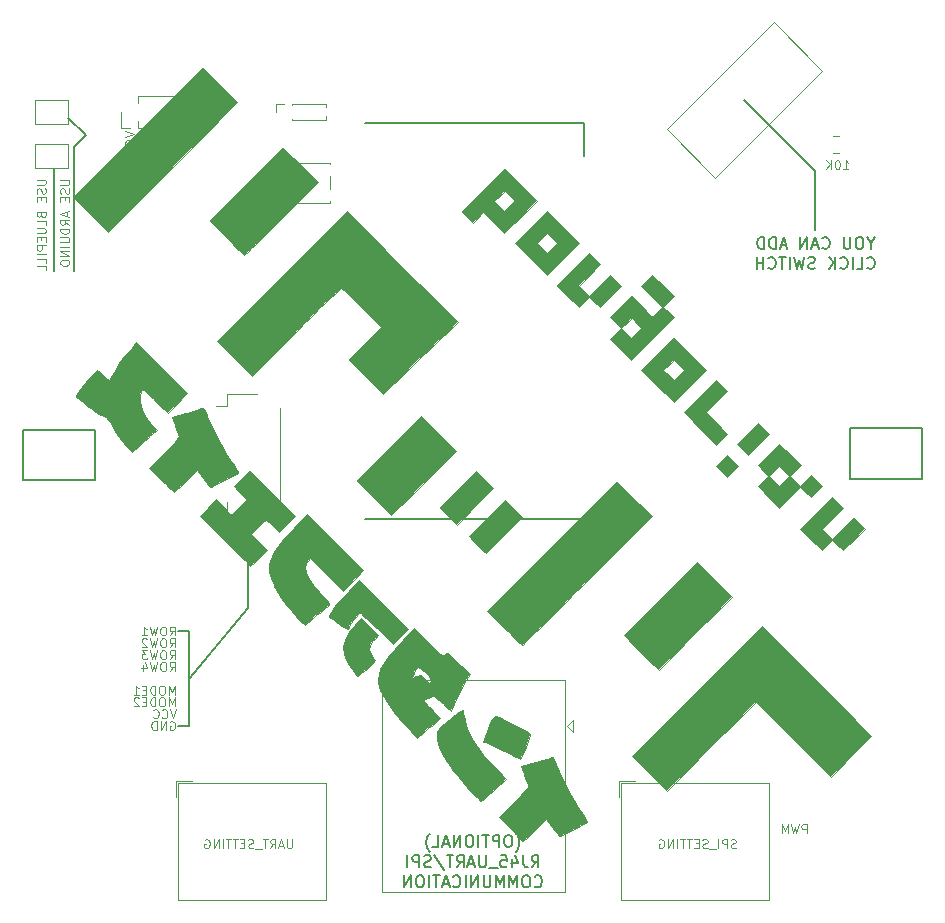
<source format=gbr>
G04 #@! TF.GenerationSoftware,KiCad,Pcbnew,(5.0.0)*
G04 #@! TF.CreationDate,2018-11-06T14:21:20+09:00*
G04 #@! TF.ProjectId,handheld_machine_back,68616E6468656C645F6D616368696E65,rev?*
G04 #@! TF.SameCoordinates,Original*
G04 #@! TF.FileFunction,Legend,Bot*
G04 #@! TF.FilePolarity,Positive*
%FSLAX46Y46*%
G04 Gerber Fmt 4.6, Leading zero omitted, Abs format (unit mm)*
G04 Created by KiCad (PCBNEW (5.0.0)) date 11/06/18 14:21:20*
%MOMM*%
%LPD*%
G01*
G04 APERTURE LIST*
%ADD10C,0.200000*%
%ADD11C,0.100000*%
%ADD12C,0.120000*%
%ADD13C,0.150000*%
%ADD14C,0.010000*%
G04 APERTURE END LIST*
D10*
X141666666Y-145633333D02*
X141714285Y-145585714D01*
X141809523Y-145442857D01*
X141857142Y-145347619D01*
X141904761Y-145204761D01*
X141952380Y-144966666D01*
X141952380Y-144776190D01*
X141904761Y-144538095D01*
X141857142Y-144395238D01*
X141809523Y-144300000D01*
X141714285Y-144157142D01*
X141666666Y-144109523D01*
X141095238Y-144252380D02*
X140904761Y-144252380D01*
X140809523Y-144300000D01*
X140714285Y-144395238D01*
X140666666Y-144585714D01*
X140666666Y-144919047D01*
X140714285Y-145109523D01*
X140809523Y-145204761D01*
X140904761Y-145252380D01*
X141095238Y-145252380D01*
X141190476Y-145204761D01*
X141285714Y-145109523D01*
X141333333Y-144919047D01*
X141333333Y-144585714D01*
X141285714Y-144395238D01*
X141190476Y-144300000D01*
X141095238Y-144252380D01*
X140238095Y-145252380D02*
X140238095Y-144252380D01*
X139857142Y-144252380D01*
X139761904Y-144300000D01*
X139714285Y-144347619D01*
X139666666Y-144442857D01*
X139666666Y-144585714D01*
X139714285Y-144680952D01*
X139761904Y-144728571D01*
X139857142Y-144776190D01*
X140238095Y-144776190D01*
X139380952Y-144252380D02*
X138809523Y-144252380D01*
X139095238Y-145252380D02*
X139095238Y-144252380D01*
X138476190Y-145252380D02*
X138476190Y-144252380D01*
X137809523Y-144252380D02*
X137619047Y-144252380D01*
X137523809Y-144300000D01*
X137428571Y-144395238D01*
X137380952Y-144585714D01*
X137380952Y-144919047D01*
X137428571Y-145109523D01*
X137523809Y-145204761D01*
X137619047Y-145252380D01*
X137809523Y-145252380D01*
X137904761Y-145204761D01*
X138000000Y-145109523D01*
X138047619Y-144919047D01*
X138047619Y-144585714D01*
X138000000Y-144395238D01*
X137904761Y-144300000D01*
X137809523Y-144252380D01*
X136952380Y-145252380D02*
X136952380Y-144252380D01*
X136380952Y-145252380D01*
X136380952Y-144252380D01*
X135952380Y-144966666D02*
X135476190Y-144966666D01*
X136047619Y-145252380D02*
X135714285Y-144252380D01*
X135380952Y-145252380D01*
X134571428Y-145252380D02*
X135047619Y-145252380D01*
X135047619Y-144252380D01*
X134333333Y-145633333D02*
X134285714Y-145585714D01*
X134190476Y-145442857D01*
X134142857Y-145347619D01*
X134095238Y-145204761D01*
X134047619Y-144966666D01*
X134047619Y-144776190D01*
X134095238Y-144538095D01*
X134142857Y-144395238D01*
X134190476Y-144300000D01*
X134285714Y-144157142D01*
X134333333Y-144109523D01*
X142976190Y-146952380D02*
X143309523Y-146476190D01*
X143547619Y-146952380D02*
X143547619Y-145952380D01*
X143166666Y-145952380D01*
X143071428Y-146000000D01*
X143023809Y-146047619D01*
X142976190Y-146142857D01*
X142976190Y-146285714D01*
X143023809Y-146380952D01*
X143071428Y-146428571D01*
X143166666Y-146476190D01*
X143547619Y-146476190D01*
X142261904Y-145952380D02*
X142261904Y-146666666D01*
X142309523Y-146809523D01*
X142404761Y-146904761D01*
X142547619Y-146952380D01*
X142642857Y-146952380D01*
X141357142Y-146285714D02*
X141357142Y-146952380D01*
X141595238Y-145904761D02*
X141833333Y-146619047D01*
X141214285Y-146619047D01*
X140357142Y-145952380D02*
X140833333Y-145952380D01*
X140880952Y-146428571D01*
X140833333Y-146380952D01*
X140738095Y-146333333D01*
X140500000Y-146333333D01*
X140404761Y-146380952D01*
X140357142Y-146428571D01*
X140309523Y-146523809D01*
X140309523Y-146761904D01*
X140357142Y-146857142D01*
X140404761Y-146904761D01*
X140500000Y-146952380D01*
X140738095Y-146952380D01*
X140833333Y-146904761D01*
X140880952Y-146857142D01*
X140119047Y-147047619D02*
X139357142Y-147047619D01*
X139119047Y-145952380D02*
X139119047Y-146761904D01*
X139071428Y-146857142D01*
X139023809Y-146904761D01*
X138928571Y-146952380D01*
X138738095Y-146952380D01*
X138642857Y-146904761D01*
X138595238Y-146857142D01*
X138547619Y-146761904D01*
X138547619Y-145952380D01*
X138119047Y-146666666D02*
X137642857Y-146666666D01*
X138214285Y-146952380D02*
X137880952Y-145952380D01*
X137547619Y-146952380D01*
X136642857Y-146952380D02*
X136976190Y-146476190D01*
X137214285Y-146952380D02*
X137214285Y-145952380D01*
X136833333Y-145952380D01*
X136738095Y-146000000D01*
X136690476Y-146047619D01*
X136642857Y-146142857D01*
X136642857Y-146285714D01*
X136690476Y-146380952D01*
X136738095Y-146428571D01*
X136833333Y-146476190D01*
X137214285Y-146476190D01*
X136357142Y-145952380D02*
X135785714Y-145952380D01*
X136071428Y-146952380D02*
X136071428Y-145952380D01*
X134738095Y-145904761D02*
X135595238Y-147190476D01*
X134452380Y-146904761D02*
X134309523Y-146952380D01*
X134071428Y-146952380D01*
X133976190Y-146904761D01*
X133928571Y-146857142D01*
X133880952Y-146761904D01*
X133880952Y-146666666D01*
X133928571Y-146571428D01*
X133976190Y-146523809D01*
X134071428Y-146476190D01*
X134261904Y-146428571D01*
X134357142Y-146380952D01*
X134404761Y-146333333D01*
X134452380Y-146238095D01*
X134452380Y-146142857D01*
X134404761Y-146047619D01*
X134357142Y-146000000D01*
X134261904Y-145952380D01*
X134023809Y-145952380D01*
X133880952Y-146000000D01*
X133452380Y-146952380D02*
X133452380Y-145952380D01*
X133071428Y-145952380D01*
X132976190Y-146000000D01*
X132928571Y-146047619D01*
X132880952Y-146142857D01*
X132880952Y-146285714D01*
X132928571Y-146380952D01*
X132976190Y-146428571D01*
X133071428Y-146476190D01*
X133452380Y-146476190D01*
X132452380Y-146952380D02*
X132452380Y-145952380D01*
X143238095Y-148557142D02*
X143285714Y-148604761D01*
X143428571Y-148652380D01*
X143523809Y-148652380D01*
X143666666Y-148604761D01*
X143761904Y-148509523D01*
X143809523Y-148414285D01*
X143857142Y-148223809D01*
X143857142Y-148080952D01*
X143809523Y-147890476D01*
X143761904Y-147795238D01*
X143666666Y-147700000D01*
X143523809Y-147652380D01*
X143428571Y-147652380D01*
X143285714Y-147700000D01*
X143238095Y-147747619D01*
X142619047Y-147652380D02*
X142428571Y-147652380D01*
X142333333Y-147700000D01*
X142238095Y-147795238D01*
X142190476Y-147985714D01*
X142190476Y-148319047D01*
X142238095Y-148509523D01*
X142333333Y-148604761D01*
X142428571Y-148652380D01*
X142619047Y-148652380D01*
X142714285Y-148604761D01*
X142809523Y-148509523D01*
X142857142Y-148319047D01*
X142857142Y-147985714D01*
X142809523Y-147795238D01*
X142714285Y-147700000D01*
X142619047Y-147652380D01*
X141761904Y-148652380D02*
X141761904Y-147652380D01*
X141428571Y-148366666D01*
X141095238Y-147652380D01*
X141095238Y-148652380D01*
X140619047Y-148652380D02*
X140619047Y-147652380D01*
X140285714Y-148366666D01*
X139952380Y-147652380D01*
X139952380Y-148652380D01*
X139476190Y-147652380D02*
X139476190Y-148461904D01*
X139428571Y-148557142D01*
X139380952Y-148604761D01*
X139285714Y-148652380D01*
X139095238Y-148652380D01*
X139000000Y-148604761D01*
X138952380Y-148557142D01*
X138904761Y-148461904D01*
X138904761Y-147652380D01*
X138428571Y-148652380D02*
X138428571Y-147652380D01*
X137857142Y-148652380D01*
X137857142Y-147652380D01*
X137380952Y-148652380D02*
X137380952Y-147652380D01*
X136333333Y-148557142D02*
X136380952Y-148604761D01*
X136523809Y-148652380D01*
X136619047Y-148652380D01*
X136761904Y-148604761D01*
X136857142Y-148509523D01*
X136904761Y-148414285D01*
X136952380Y-148223809D01*
X136952380Y-148080952D01*
X136904761Y-147890476D01*
X136857142Y-147795238D01*
X136761904Y-147700000D01*
X136619047Y-147652380D01*
X136523809Y-147652380D01*
X136380952Y-147700000D01*
X136333333Y-147747619D01*
X135952380Y-148366666D02*
X135476190Y-148366666D01*
X136047619Y-148652380D02*
X135714285Y-147652380D01*
X135380952Y-148652380D01*
X135190476Y-147652380D02*
X134619047Y-147652380D01*
X134904761Y-148652380D02*
X134904761Y-147652380D01*
X134285714Y-148652380D02*
X134285714Y-147652380D01*
X133619047Y-147652380D02*
X133428571Y-147652380D01*
X133333333Y-147700000D01*
X133238095Y-147795238D01*
X133190476Y-147985714D01*
X133190476Y-148319047D01*
X133238095Y-148509523D01*
X133333333Y-148604761D01*
X133428571Y-148652380D01*
X133619047Y-148652380D01*
X133714285Y-148604761D01*
X133809523Y-148509523D01*
X133857142Y-148319047D01*
X133857142Y-147985714D01*
X133809523Y-147795238D01*
X133714285Y-147700000D01*
X133619047Y-147652380D01*
X132761904Y-148652380D02*
X132761904Y-147652380D01*
X132190476Y-148652380D01*
X132190476Y-147652380D01*
X171690476Y-94126190D02*
X171690476Y-94602380D01*
X172023809Y-93602380D02*
X171690476Y-94126190D01*
X171357142Y-93602380D01*
X170833333Y-93602380D02*
X170642857Y-93602380D01*
X170547619Y-93650000D01*
X170452380Y-93745238D01*
X170404761Y-93935714D01*
X170404761Y-94269047D01*
X170452380Y-94459523D01*
X170547619Y-94554761D01*
X170642857Y-94602380D01*
X170833333Y-94602380D01*
X170928571Y-94554761D01*
X171023809Y-94459523D01*
X171071428Y-94269047D01*
X171071428Y-93935714D01*
X171023809Y-93745238D01*
X170928571Y-93650000D01*
X170833333Y-93602380D01*
X169976190Y-93602380D02*
X169976190Y-94411904D01*
X169928571Y-94507142D01*
X169880952Y-94554761D01*
X169785714Y-94602380D01*
X169595238Y-94602380D01*
X169500000Y-94554761D01*
X169452380Y-94507142D01*
X169404761Y-94411904D01*
X169404761Y-93602380D01*
X167595238Y-94507142D02*
X167642857Y-94554761D01*
X167785714Y-94602380D01*
X167880952Y-94602380D01*
X168023809Y-94554761D01*
X168119047Y-94459523D01*
X168166666Y-94364285D01*
X168214285Y-94173809D01*
X168214285Y-94030952D01*
X168166666Y-93840476D01*
X168119047Y-93745238D01*
X168023809Y-93650000D01*
X167880952Y-93602380D01*
X167785714Y-93602380D01*
X167642857Y-93650000D01*
X167595238Y-93697619D01*
X167214285Y-94316666D02*
X166738095Y-94316666D01*
X167309523Y-94602380D02*
X166976190Y-93602380D01*
X166642857Y-94602380D01*
X166309523Y-94602380D02*
X166309523Y-93602380D01*
X165738095Y-94602380D01*
X165738095Y-93602380D01*
X164547619Y-94316666D02*
X164071428Y-94316666D01*
X164642857Y-94602380D02*
X164309523Y-93602380D01*
X163976190Y-94602380D01*
X163642857Y-94602380D02*
X163642857Y-93602380D01*
X163404761Y-93602380D01*
X163261904Y-93650000D01*
X163166666Y-93745238D01*
X163119047Y-93840476D01*
X163071428Y-94030952D01*
X163071428Y-94173809D01*
X163119047Y-94364285D01*
X163166666Y-94459523D01*
X163261904Y-94554761D01*
X163404761Y-94602380D01*
X163642857Y-94602380D01*
X162642857Y-94602380D02*
X162642857Y-93602380D01*
X162404761Y-93602380D01*
X162261904Y-93650000D01*
X162166666Y-93745238D01*
X162119047Y-93840476D01*
X162071428Y-94030952D01*
X162071428Y-94173809D01*
X162119047Y-94364285D01*
X162166666Y-94459523D01*
X162261904Y-94554761D01*
X162404761Y-94602380D01*
X162642857Y-94602380D01*
X171404761Y-96207142D02*
X171452380Y-96254761D01*
X171595238Y-96302380D01*
X171690476Y-96302380D01*
X171833333Y-96254761D01*
X171928571Y-96159523D01*
X171976190Y-96064285D01*
X172023809Y-95873809D01*
X172023809Y-95730952D01*
X171976190Y-95540476D01*
X171928571Y-95445238D01*
X171833333Y-95350000D01*
X171690476Y-95302380D01*
X171595238Y-95302380D01*
X171452380Y-95350000D01*
X171404761Y-95397619D01*
X170500000Y-96302380D02*
X170976190Y-96302380D01*
X170976190Y-95302380D01*
X170166666Y-96302380D02*
X170166666Y-95302380D01*
X169119047Y-96207142D02*
X169166666Y-96254761D01*
X169309523Y-96302380D01*
X169404761Y-96302380D01*
X169547619Y-96254761D01*
X169642857Y-96159523D01*
X169690476Y-96064285D01*
X169738095Y-95873809D01*
X169738095Y-95730952D01*
X169690476Y-95540476D01*
X169642857Y-95445238D01*
X169547619Y-95350000D01*
X169404761Y-95302380D01*
X169309523Y-95302380D01*
X169166666Y-95350000D01*
X169119047Y-95397619D01*
X168690476Y-96302380D02*
X168690476Y-95302380D01*
X168119047Y-96302380D02*
X168547619Y-95730952D01*
X168119047Y-95302380D02*
X168690476Y-95873809D01*
X166976190Y-96254761D02*
X166833333Y-96302380D01*
X166595238Y-96302380D01*
X166500000Y-96254761D01*
X166452380Y-96207142D01*
X166404761Y-96111904D01*
X166404761Y-96016666D01*
X166452380Y-95921428D01*
X166500000Y-95873809D01*
X166595238Y-95826190D01*
X166785714Y-95778571D01*
X166880952Y-95730952D01*
X166928571Y-95683333D01*
X166976190Y-95588095D01*
X166976190Y-95492857D01*
X166928571Y-95397619D01*
X166880952Y-95350000D01*
X166785714Y-95302380D01*
X166547619Y-95302380D01*
X166404761Y-95350000D01*
X166071428Y-95302380D02*
X165833333Y-96302380D01*
X165642857Y-95588095D01*
X165452380Y-96302380D01*
X165214285Y-95302380D01*
X164833333Y-96302380D02*
X164833333Y-95302380D01*
X164500000Y-95302380D02*
X163928571Y-95302380D01*
X164214285Y-96302380D02*
X164214285Y-95302380D01*
X163023809Y-96207142D02*
X163071428Y-96254761D01*
X163214285Y-96302380D01*
X163309523Y-96302380D01*
X163452380Y-96254761D01*
X163547619Y-96159523D01*
X163595238Y-96064285D01*
X163642857Y-95873809D01*
X163642857Y-95730952D01*
X163595238Y-95540476D01*
X163547619Y-95445238D01*
X163452380Y-95350000D01*
X163309523Y-95302380D01*
X163214285Y-95302380D01*
X163071428Y-95350000D01*
X163023809Y-95397619D01*
X162595238Y-96302380D02*
X162595238Y-95302380D01*
X162595238Y-95778571D02*
X162023809Y-95778571D01*
X162023809Y-96302380D02*
X162023809Y-95302380D01*
X167000000Y-88000000D02*
X167000000Y-93000000D01*
X161000000Y-82000000D02*
X167000000Y-88000000D01*
X114000000Y-135000000D02*
X113000000Y-135000000D01*
X114000000Y-134000000D02*
X114000000Y-135000000D01*
D11*
X112363571Y-134625000D02*
X112435000Y-134589285D01*
X112542142Y-134589285D01*
X112649285Y-134625000D01*
X112720714Y-134696428D01*
X112756428Y-134767857D01*
X112792142Y-134910714D01*
X112792142Y-135017857D01*
X112756428Y-135160714D01*
X112720714Y-135232142D01*
X112649285Y-135303571D01*
X112542142Y-135339285D01*
X112470714Y-135339285D01*
X112363571Y-135303571D01*
X112327857Y-135267857D01*
X112327857Y-135017857D01*
X112470714Y-135017857D01*
X112006428Y-135339285D02*
X112006428Y-134589285D01*
X111577857Y-135339285D01*
X111577857Y-134589285D01*
X111220714Y-135339285D02*
X111220714Y-134589285D01*
X111042142Y-134589285D01*
X110935000Y-134625000D01*
X110863571Y-134696428D01*
X110827857Y-134767857D01*
X110792142Y-134910714D01*
X110792142Y-135017857D01*
X110827857Y-135160714D01*
X110863571Y-135232142D01*
X110935000Y-135303571D01*
X111042142Y-135339285D01*
X111220714Y-135339285D01*
X112863571Y-133589285D02*
X112613571Y-134339285D01*
X112363571Y-133589285D01*
X111685000Y-134267857D02*
X111720714Y-134303571D01*
X111827857Y-134339285D01*
X111899285Y-134339285D01*
X112006428Y-134303571D01*
X112077857Y-134232142D01*
X112113571Y-134160714D01*
X112149285Y-134017857D01*
X112149285Y-133910714D01*
X112113571Y-133767857D01*
X112077857Y-133696428D01*
X112006428Y-133625000D01*
X111899285Y-133589285D01*
X111827857Y-133589285D01*
X111720714Y-133625000D01*
X111685000Y-133660714D01*
X110935000Y-134267857D02*
X110970714Y-134303571D01*
X111077857Y-134339285D01*
X111149285Y-134339285D01*
X111256428Y-134303571D01*
X111327857Y-134232142D01*
X111363571Y-134160714D01*
X111399285Y-134017857D01*
X111399285Y-133910714D01*
X111363571Y-133767857D01*
X111327857Y-133696428D01*
X111256428Y-133625000D01*
X111149285Y-133589285D01*
X111077857Y-133589285D01*
X110970714Y-133625000D01*
X110935000Y-133660714D01*
X112756428Y-133339285D02*
X112756428Y-132589285D01*
X112506428Y-133125000D01*
X112256428Y-132589285D01*
X112256428Y-133339285D01*
X111756428Y-132589285D02*
X111613571Y-132589285D01*
X111542142Y-132625000D01*
X111470714Y-132696428D01*
X111435000Y-132839285D01*
X111435000Y-133089285D01*
X111470714Y-133232142D01*
X111542142Y-133303571D01*
X111613571Y-133339285D01*
X111756428Y-133339285D01*
X111827857Y-133303571D01*
X111899285Y-133232142D01*
X111935000Y-133089285D01*
X111935000Y-132839285D01*
X111899285Y-132696428D01*
X111827857Y-132625000D01*
X111756428Y-132589285D01*
X111113571Y-133339285D02*
X111113571Y-132589285D01*
X110935000Y-132589285D01*
X110827857Y-132625000D01*
X110756428Y-132696428D01*
X110720714Y-132767857D01*
X110685000Y-132910714D01*
X110685000Y-133017857D01*
X110720714Y-133160714D01*
X110756428Y-133232142D01*
X110827857Y-133303571D01*
X110935000Y-133339285D01*
X111113571Y-133339285D01*
X110363571Y-132946428D02*
X110113571Y-132946428D01*
X110006428Y-133339285D02*
X110363571Y-133339285D01*
X110363571Y-132589285D01*
X110006428Y-132589285D01*
X109720714Y-132660714D02*
X109685000Y-132625000D01*
X109613571Y-132589285D01*
X109435000Y-132589285D01*
X109363571Y-132625000D01*
X109327857Y-132660714D01*
X109292142Y-132732142D01*
X109292142Y-132803571D01*
X109327857Y-132910714D01*
X109756428Y-133339285D01*
X109292142Y-133339285D01*
X112756428Y-132339285D02*
X112756428Y-131589285D01*
X112506428Y-132125000D01*
X112256428Y-131589285D01*
X112256428Y-132339285D01*
X111756428Y-131589285D02*
X111613571Y-131589285D01*
X111542142Y-131625000D01*
X111470714Y-131696428D01*
X111435000Y-131839285D01*
X111435000Y-132089285D01*
X111470714Y-132232142D01*
X111542142Y-132303571D01*
X111613571Y-132339285D01*
X111756428Y-132339285D01*
X111827857Y-132303571D01*
X111899285Y-132232142D01*
X111935000Y-132089285D01*
X111935000Y-131839285D01*
X111899285Y-131696428D01*
X111827857Y-131625000D01*
X111756428Y-131589285D01*
X111113571Y-132339285D02*
X111113571Y-131589285D01*
X110935000Y-131589285D01*
X110827857Y-131625000D01*
X110756428Y-131696428D01*
X110720714Y-131767857D01*
X110685000Y-131910714D01*
X110685000Y-132017857D01*
X110720714Y-132160714D01*
X110756428Y-132232142D01*
X110827857Y-132303571D01*
X110935000Y-132339285D01*
X111113571Y-132339285D01*
X110363571Y-131946428D02*
X110113571Y-131946428D01*
X110006428Y-132339285D02*
X110363571Y-132339285D01*
X110363571Y-131589285D01*
X110006428Y-131589285D01*
X109292142Y-132339285D02*
X109720714Y-132339285D01*
X109506428Y-132339285D02*
X109506428Y-131589285D01*
X109577857Y-131696428D01*
X109649285Y-131767857D01*
X109720714Y-131803571D01*
X112327857Y-130339285D02*
X112577857Y-129982142D01*
X112756428Y-130339285D02*
X112756428Y-129589285D01*
X112470714Y-129589285D01*
X112399285Y-129625000D01*
X112363571Y-129660714D01*
X112327857Y-129732142D01*
X112327857Y-129839285D01*
X112363571Y-129910714D01*
X112399285Y-129946428D01*
X112470714Y-129982142D01*
X112756428Y-129982142D01*
X111863571Y-129589285D02*
X111720714Y-129589285D01*
X111649285Y-129625000D01*
X111577857Y-129696428D01*
X111542142Y-129839285D01*
X111542142Y-130089285D01*
X111577857Y-130232142D01*
X111649285Y-130303571D01*
X111720714Y-130339285D01*
X111863571Y-130339285D01*
X111935000Y-130303571D01*
X112006428Y-130232142D01*
X112042142Y-130089285D01*
X112042142Y-129839285D01*
X112006428Y-129696428D01*
X111935000Y-129625000D01*
X111863571Y-129589285D01*
X111292142Y-129589285D02*
X111113571Y-130339285D01*
X110970714Y-129803571D01*
X110827857Y-130339285D01*
X110649285Y-129589285D01*
X110042142Y-129839285D02*
X110042142Y-130339285D01*
X110220714Y-129553571D02*
X110399285Y-130089285D01*
X109935000Y-130089285D01*
X112327857Y-129339285D02*
X112577857Y-128982142D01*
X112756428Y-129339285D02*
X112756428Y-128589285D01*
X112470714Y-128589285D01*
X112399285Y-128625000D01*
X112363571Y-128660714D01*
X112327857Y-128732142D01*
X112327857Y-128839285D01*
X112363571Y-128910714D01*
X112399285Y-128946428D01*
X112470714Y-128982142D01*
X112756428Y-128982142D01*
X111863571Y-128589285D02*
X111720714Y-128589285D01*
X111649285Y-128625000D01*
X111577857Y-128696428D01*
X111542142Y-128839285D01*
X111542142Y-129089285D01*
X111577857Y-129232142D01*
X111649285Y-129303571D01*
X111720714Y-129339285D01*
X111863571Y-129339285D01*
X111935000Y-129303571D01*
X112006428Y-129232142D01*
X112042142Y-129089285D01*
X112042142Y-128839285D01*
X112006428Y-128696428D01*
X111935000Y-128625000D01*
X111863571Y-128589285D01*
X111292142Y-128589285D02*
X111113571Y-129339285D01*
X110970714Y-128803571D01*
X110827857Y-129339285D01*
X110649285Y-128589285D01*
X110435000Y-128589285D02*
X109970714Y-128589285D01*
X110220714Y-128875000D01*
X110113571Y-128875000D01*
X110042142Y-128910714D01*
X110006428Y-128946428D01*
X109970714Y-129017857D01*
X109970714Y-129196428D01*
X110006428Y-129267857D01*
X110042142Y-129303571D01*
X110113571Y-129339285D01*
X110327857Y-129339285D01*
X110399285Y-129303571D01*
X110435000Y-129267857D01*
X112327857Y-128339285D02*
X112577857Y-127982142D01*
X112756428Y-128339285D02*
X112756428Y-127589285D01*
X112470714Y-127589285D01*
X112399285Y-127625000D01*
X112363571Y-127660714D01*
X112327857Y-127732142D01*
X112327857Y-127839285D01*
X112363571Y-127910714D01*
X112399285Y-127946428D01*
X112470714Y-127982142D01*
X112756428Y-127982142D01*
X111863571Y-127589285D02*
X111720714Y-127589285D01*
X111649285Y-127625000D01*
X111577857Y-127696428D01*
X111542142Y-127839285D01*
X111542142Y-128089285D01*
X111577857Y-128232142D01*
X111649285Y-128303571D01*
X111720714Y-128339285D01*
X111863571Y-128339285D01*
X111935000Y-128303571D01*
X112006428Y-128232142D01*
X112042142Y-128089285D01*
X112042142Y-127839285D01*
X112006428Y-127696428D01*
X111935000Y-127625000D01*
X111863571Y-127589285D01*
X111292142Y-127589285D02*
X111113571Y-128339285D01*
X110970714Y-127803571D01*
X110827857Y-128339285D01*
X110649285Y-127589285D01*
X110399285Y-127660714D02*
X110363571Y-127625000D01*
X110292142Y-127589285D01*
X110113571Y-127589285D01*
X110042142Y-127625000D01*
X110006428Y-127660714D01*
X109970714Y-127732142D01*
X109970714Y-127803571D01*
X110006428Y-127910714D01*
X110435000Y-128339285D01*
X109970714Y-128339285D01*
D10*
X114000000Y-127000000D02*
X114000000Y-134000000D01*
X113000000Y-127000000D02*
X114000000Y-127000000D01*
D11*
X112327857Y-127339285D02*
X112577857Y-126982142D01*
X112756428Y-127339285D02*
X112756428Y-126589285D01*
X112470714Y-126589285D01*
X112399285Y-126625000D01*
X112363571Y-126660714D01*
X112327857Y-126732142D01*
X112327857Y-126839285D01*
X112363571Y-126910714D01*
X112399285Y-126946428D01*
X112470714Y-126982142D01*
X112756428Y-126982142D01*
X111863571Y-126589285D02*
X111720714Y-126589285D01*
X111649285Y-126625000D01*
X111577857Y-126696428D01*
X111542142Y-126839285D01*
X111542142Y-127089285D01*
X111577857Y-127232142D01*
X111649285Y-127303571D01*
X111720714Y-127339285D01*
X111863571Y-127339285D01*
X111935000Y-127303571D01*
X112006428Y-127232142D01*
X112042142Y-127089285D01*
X112042142Y-126839285D01*
X112006428Y-126696428D01*
X111935000Y-126625000D01*
X111863571Y-126589285D01*
X111292142Y-126589285D02*
X111113571Y-127339285D01*
X110970714Y-126803571D01*
X110827857Y-127339285D01*
X110649285Y-126589285D01*
X109970714Y-127339285D02*
X110399285Y-127339285D01*
X110185000Y-127339285D02*
X110185000Y-126589285D01*
X110256428Y-126696428D01*
X110327857Y-126767857D01*
X110399285Y-126803571D01*
D10*
X119000000Y-125000000D02*
X114000000Y-131000000D01*
X119000000Y-119000000D02*
X119000000Y-125000000D01*
D11*
X160267857Y-145303571D02*
X160160714Y-145339285D01*
X159982142Y-145339285D01*
X159910714Y-145303571D01*
X159875000Y-145267857D01*
X159839285Y-145196428D01*
X159839285Y-145125000D01*
X159875000Y-145053571D01*
X159910714Y-145017857D01*
X159982142Y-144982142D01*
X160125000Y-144946428D01*
X160196428Y-144910714D01*
X160232142Y-144875000D01*
X160267857Y-144803571D01*
X160267857Y-144732142D01*
X160232142Y-144660714D01*
X160196428Y-144625000D01*
X160125000Y-144589285D01*
X159946428Y-144589285D01*
X159839285Y-144625000D01*
X159517857Y-145339285D02*
X159517857Y-144589285D01*
X159232142Y-144589285D01*
X159160714Y-144625000D01*
X159125000Y-144660714D01*
X159089285Y-144732142D01*
X159089285Y-144839285D01*
X159125000Y-144910714D01*
X159160714Y-144946428D01*
X159232142Y-144982142D01*
X159517857Y-144982142D01*
X158767857Y-145339285D02*
X158767857Y-144589285D01*
X158589285Y-145410714D02*
X158017857Y-145410714D01*
X157875000Y-145303571D02*
X157767857Y-145339285D01*
X157589285Y-145339285D01*
X157517857Y-145303571D01*
X157482142Y-145267857D01*
X157446428Y-145196428D01*
X157446428Y-145125000D01*
X157482142Y-145053571D01*
X157517857Y-145017857D01*
X157589285Y-144982142D01*
X157732142Y-144946428D01*
X157803571Y-144910714D01*
X157839285Y-144875000D01*
X157875000Y-144803571D01*
X157875000Y-144732142D01*
X157839285Y-144660714D01*
X157803571Y-144625000D01*
X157732142Y-144589285D01*
X157553571Y-144589285D01*
X157446428Y-144625000D01*
X157125000Y-144946428D02*
X156875000Y-144946428D01*
X156767857Y-145339285D02*
X157125000Y-145339285D01*
X157125000Y-144589285D01*
X156767857Y-144589285D01*
X156553571Y-144589285D02*
X156125000Y-144589285D01*
X156339285Y-145339285D02*
X156339285Y-144589285D01*
X155982142Y-144589285D02*
X155553571Y-144589285D01*
X155767857Y-145339285D02*
X155767857Y-144589285D01*
X155303571Y-145339285D02*
X155303571Y-144589285D01*
X154946428Y-145339285D02*
X154946428Y-144589285D01*
X154517857Y-145339285D01*
X154517857Y-144589285D01*
X153767857Y-144625000D02*
X153839285Y-144589285D01*
X153946428Y-144589285D01*
X154053571Y-144625000D01*
X154125000Y-144696428D01*
X154160714Y-144767857D01*
X154196428Y-144910714D01*
X154196428Y-145017857D01*
X154160714Y-145160714D01*
X154125000Y-145232142D01*
X154053571Y-145303571D01*
X153946428Y-145339285D01*
X153875000Y-145339285D01*
X153767857Y-145303571D01*
X153732142Y-145267857D01*
X153732142Y-145017857D01*
X153875000Y-145017857D01*
X122696428Y-144589285D02*
X122696428Y-145196428D01*
X122660714Y-145267857D01*
X122625000Y-145303571D01*
X122553571Y-145339285D01*
X122410714Y-145339285D01*
X122339285Y-145303571D01*
X122303571Y-145267857D01*
X122267857Y-145196428D01*
X122267857Y-144589285D01*
X121946428Y-145125000D02*
X121589285Y-145125000D01*
X122017857Y-145339285D02*
X121767857Y-144589285D01*
X121517857Y-145339285D01*
X120839285Y-145339285D02*
X121089285Y-144982142D01*
X121267857Y-145339285D02*
X121267857Y-144589285D01*
X120982142Y-144589285D01*
X120910714Y-144625000D01*
X120875000Y-144660714D01*
X120839285Y-144732142D01*
X120839285Y-144839285D01*
X120875000Y-144910714D01*
X120910714Y-144946428D01*
X120982142Y-144982142D01*
X121267857Y-144982142D01*
X120625000Y-144589285D02*
X120196428Y-144589285D01*
X120410714Y-145339285D02*
X120410714Y-144589285D01*
X120125000Y-145410714D02*
X119553571Y-145410714D01*
X119410714Y-145303571D02*
X119303571Y-145339285D01*
X119125000Y-145339285D01*
X119053571Y-145303571D01*
X119017857Y-145267857D01*
X118982142Y-145196428D01*
X118982142Y-145125000D01*
X119017857Y-145053571D01*
X119053571Y-145017857D01*
X119125000Y-144982142D01*
X119267857Y-144946428D01*
X119339285Y-144910714D01*
X119375000Y-144875000D01*
X119410714Y-144803571D01*
X119410714Y-144732142D01*
X119375000Y-144660714D01*
X119339285Y-144625000D01*
X119267857Y-144589285D01*
X119089285Y-144589285D01*
X118982142Y-144625000D01*
X118660714Y-144946428D02*
X118410714Y-144946428D01*
X118303571Y-145339285D02*
X118660714Y-145339285D01*
X118660714Y-144589285D01*
X118303571Y-144589285D01*
X118089285Y-144589285D02*
X117660714Y-144589285D01*
X117875000Y-145339285D02*
X117875000Y-144589285D01*
X117517857Y-144589285D02*
X117089285Y-144589285D01*
X117303571Y-145339285D02*
X117303571Y-144589285D01*
X116839285Y-145339285D02*
X116839285Y-144589285D01*
X116482142Y-145339285D02*
X116482142Y-144589285D01*
X116053571Y-145339285D01*
X116053571Y-144589285D01*
X115303571Y-144625000D02*
X115375000Y-144589285D01*
X115482142Y-144589285D01*
X115589285Y-144625000D01*
X115660714Y-144696428D01*
X115696428Y-144767857D01*
X115732142Y-144910714D01*
X115732142Y-145017857D01*
X115696428Y-145160714D01*
X115660714Y-145232142D01*
X115589285Y-145303571D01*
X115482142Y-145339285D01*
X115410714Y-145339285D01*
X115303571Y-145303571D01*
X115267857Y-145267857D01*
X115267857Y-145017857D01*
X115410714Y-145017857D01*
D10*
X104250000Y-86000000D02*
X105250000Y-85000000D01*
X104250000Y-96500000D02*
X104250000Y-86000000D01*
X105250000Y-85000000D02*
X103750000Y-83500000D01*
X102500000Y-87750000D02*
X102500000Y-96500000D01*
D11*
X103089285Y-88743571D02*
X103696428Y-88743571D01*
X103767857Y-88779285D01*
X103803571Y-88815000D01*
X103839285Y-88886428D01*
X103839285Y-89029285D01*
X103803571Y-89100714D01*
X103767857Y-89136428D01*
X103696428Y-89172142D01*
X103089285Y-89172142D01*
X103803571Y-89493571D02*
X103839285Y-89600714D01*
X103839285Y-89779285D01*
X103803571Y-89850714D01*
X103767857Y-89886428D01*
X103696428Y-89922142D01*
X103625000Y-89922142D01*
X103553571Y-89886428D01*
X103517857Y-89850714D01*
X103482142Y-89779285D01*
X103446428Y-89636428D01*
X103410714Y-89565000D01*
X103375000Y-89529285D01*
X103303571Y-89493571D01*
X103232142Y-89493571D01*
X103160714Y-89529285D01*
X103125000Y-89565000D01*
X103089285Y-89636428D01*
X103089285Y-89815000D01*
X103125000Y-89922142D01*
X103446428Y-90243571D02*
X103446428Y-90493571D01*
X103839285Y-90600714D02*
X103839285Y-90243571D01*
X103089285Y-90243571D01*
X103089285Y-90600714D01*
X103625000Y-91457857D02*
X103625000Y-91815000D01*
X103839285Y-91386428D02*
X103089285Y-91636428D01*
X103839285Y-91886428D01*
X103839285Y-92565000D02*
X103482142Y-92315000D01*
X103839285Y-92136428D02*
X103089285Y-92136428D01*
X103089285Y-92422142D01*
X103125000Y-92493571D01*
X103160714Y-92529285D01*
X103232142Y-92565000D01*
X103339285Y-92565000D01*
X103410714Y-92529285D01*
X103446428Y-92493571D01*
X103482142Y-92422142D01*
X103482142Y-92136428D01*
X103839285Y-92886428D02*
X103089285Y-92886428D01*
X103089285Y-93065000D01*
X103125000Y-93172142D01*
X103196428Y-93243571D01*
X103267857Y-93279285D01*
X103410714Y-93315000D01*
X103517857Y-93315000D01*
X103660714Y-93279285D01*
X103732142Y-93243571D01*
X103803571Y-93172142D01*
X103839285Y-93065000D01*
X103839285Y-92886428D01*
X103089285Y-93636428D02*
X103696428Y-93636428D01*
X103767857Y-93672142D01*
X103803571Y-93707857D01*
X103839285Y-93779285D01*
X103839285Y-93922142D01*
X103803571Y-93993571D01*
X103767857Y-94029285D01*
X103696428Y-94065000D01*
X103089285Y-94065000D01*
X103839285Y-94422142D02*
X103089285Y-94422142D01*
X103839285Y-94779285D02*
X103089285Y-94779285D01*
X103839285Y-95207857D01*
X103089285Y-95207857D01*
X103089285Y-95707857D02*
X103089285Y-95850714D01*
X103125000Y-95922142D01*
X103196428Y-95993571D01*
X103339285Y-96029285D01*
X103589285Y-96029285D01*
X103732142Y-95993571D01*
X103803571Y-95922142D01*
X103839285Y-95850714D01*
X103839285Y-95707857D01*
X103803571Y-95636428D01*
X103732142Y-95565000D01*
X103589285Y-95529285D01*
X103339285Y-95529285D01*
X103196428Y-95565000D01*
X103125000Y-95636428D01*
X103089285Y-95707857D01*
X101089285Y-88743571D02*
X101696428Y-88743571D01*
X101767857Y-88779285D01*
X101803571Y-88815000D01*
X101839285Y-88886428D01*
X101839285Y-89029285D01*
X101803571Y-89100714D01*
X101767857Y-89136428D01*
X101696428Y-89172142D01*
X101089285Y-89172142D01*
X101803571Y-89493571D02*
X101839285Y-89600714D01*
X101839285Y-89779285D01*
X101803571Y-89850714D01*
X101767857Y-89886428D01*
X101696428Y-89922142D01*
X101625000Y-89922142D01*
X101553571Y-89886428D01*
X101517857Y-89850714D01*
X101482142Y-89779285D01*
X101446428Y-89636428D01*
X101410714Y-89565000D01*
X101375000Y-89529285D01*
X101303571Y-89493571D01*
X101232142Y-89493571D01*
X101160714Y-89529285D01*
X101125000Y-89565000D01*
X101089285Y-89636428D01*
X101089285Y-89815000D01*
X101125000Y-89922142D01*
X101446428Y-90243571D02*
X101446428Y-90493571D01*
X101839285Y-90600714D02*
X101839285Y-90243571D01*
X101089285Y-90243571D01*
X101089285Y-90600714D01*
X101446428Y-91743571D02*
X101482142Y-91850714D01*
X101517857Y-91886428D01*
X101589285Y-91922142D01*
X101696428Y-91922142D01*
X101767857Y-91886428D01*
X101803571Y-91850714D01*
X101839285Y-91779285D01*
X101839285Y-91493571D01*
X101089285Y-91493571D01*
X101089285Y-91743571D01*
X101125000Y-91815000D01*
X101160714Y-91850714D01*
X101232142Y-91886428D01*
X101303571Y-91886428D01*
X101375000Y-91850714D01*
X101410714Y-91815000D01*
X101446428Y-91743571D01*
X101446428Y-91493571D01*
X101839285Y-92600714D02*
X101839285Y-92243571D01*
X101089285Y-92243571D01*
X101089285Y-92850714D02*
X101696428Y-92850714D01*
X101767857Y-92886428D01*
X101803571Y-92922142D01*
X101839285Y-92993571D01*
X101839285Y-93136428D01*
X101803571Y-93207857D01*
X101767857Y-93243571D01*
X101696428Y-93279285D01*
X101089285Y-93279285D01*
X101446428Y-93636428D02*
X101446428Y-93886428D01*
X101839285Y-93993571D02*
X101839285Y-93636428D01*
X101089285Y-93636428D01*
X101089285Y-93993571D01*
X101839285Y-94315000D02*
X101089285Y-94315000D01*
X101089285Y-94600714D01*
X101125000Y-94672142D01*
X101160714Y-94707857D01*
X101232142Y-94743571D01*
X101339285Y-94743571D01*
X101410714Y-94707857D01*
X101446428Y-94672142D01*
X101482142Y-94600714D01*
X101482142Y-94315000D01*
X101839285Y-95065000D02*
X101089285Y-95065000D01*
X101839285Y-95779285D02*
X101839285Y-95422142D01*
X101089285Y-95422142D01*
X101839285Y-96386428D02*
X101839285Y-96029285D01*
X101089285Y-96029285D01*
X166256428Y-144089285D02*
X166256428Y-143339285D01*
X165970714Y-143339285D01*
X165899285Y-143375000D01*
X165863571Y-143410714D01*
X165827857Y-143482142D01*
X165827857Y-143589285D01*
X165863571Y-143660714D01*
X165899285Y-143696428D01*
X165970714Y-143732142D01*
X166256428Y-143732142D01*
X165577857Y-143339285D02*
X165399285Y-144089285D01*
X165256428Y-143553571D01*
X165113571Y-144089285D01*
X164935000Y-143339285D01*
X164649285Y-144089285D02*
X164649285Y-143339285D01*
X164399285Y-143875000D01*
X164149285Y-143339285D01*
X164149285Y-144089285D01*
X112528000Y-85136428D02*
X112492285Y-85065000D01*
X112492285Y-84957857D01*
X112528000Y-84850714D01*
X112599428Y-84779285D01*
X112670857Y-84743571D01*
X112813714Y-84707857D01*
X112920857Y-84707857D01*
X113063714Y-84743571D01*
X113135142Y-84779285D01*
X113206571Y-84850714D01*
X113242285Y-84957857D01*
X113242285Y-85029285D01*
X113206571Y-85136428D01*
X113170857Y-85172142D01*
X112920857Y-85172142D01*
X112920857Y-85029285D01*
X113242285Y-85493571D02*
X112492285Y-85493571D01*
X113242285Y-85922142D01*
X112492285Y-85922142D01*
X113242285Y-86279285D02*
X112492285Y-86279285D01*
X112492285Y-86457857D01*
X112528000Y-86565000D01*
X112599428Y-86636428D01*
X112670857Y-86672142D01*
X112813714Y-86707857D01*
X112920857Y-86707857D01*
X113063714Y-86672142D01*
X113135142Y-86636428D01*
X113206571Y-86565000D01*
X113242285Y-86457857D01*
X113242285Y-86279285D01*
X111936571Y-84707857D02*
X111972285Y-84815000D01*
X111972285Y-84993571D01*
X111936571Y-85065000D01*
X111900857Y-85100714D01*
X111829428Y-85136428D01*
X111758000Y-85136428D01*
X111686571Y-85100714D01*
X111650857Y-85065000D01*
X111615142Y-84993571D01*
X111579428Y-84850714D01*
X111543714Y-84779285D01*
X111508000Y-84743571D01*
X111436571Y-84707857D01*
X111365142Y-84707857D01*
X111293714Y-84743571D01*
X111258000Y-84779285D01*
X111222285Y-84850714D01*
X111222285Y-85029285D01*
X111258000Y-85136428D01*
X111900857Y-85886428D02*
X111936571Y-85850714D01*
X111972285Y-85743571D01*
X111972285Y-85672142D01*
X111936571Y-85565000D01*
X111865142Y-85493571D01*
X111793714Y-85457857D01*
X111650857Y-85422142D01*
X111543714Y-85422142D01*
X111400857Y-85457857D01*
X111329428Y-85493571D01*
X111258000Y-85565000D01*
X111222285Y-85672142D01*
X111222285Y-85743571D01*
X111258000Y-85850714D01*
X111293714Y-85886428D01*
X111972285Y-86565000D02*
X111972285Y-86207857D01*
X111222285Y-86207857D01*
X110666571Y-84707857D02*
X110702285Y-84815000D01*
X110702285Y-84993571D01*
X110666571Y-85065000D01*
X110630857Y-85100714D01*
X110559428Y-85136428D01*
X110488000Y-85136428D01*
X110416571Y-85100714D01*
X110380857Y-85065000D01*
X110345142Y-84993571D01*
X110309428Y-84850714D01*
X110273714Y-84779285D01*
X110238000Y-84743571D01*
X110166571Y-84707857D01*
X110095142Y-84707857D01*
X110023714Y-84743571D01*
X109988000Y-84779285D01*
X109952285Y-84850714D01*
X109952285Y-85029285D01*
X109988000Y-85136428D01*
X110702285Y-85457857D02*
X109952285Y-85457857D01*
X109952285Y-85636428D01*
X109988000Y-85743571D01*
X110059428Y-85815000D01*
X110130857Y-85850714D01*
X110273714Y-85886428D01*
X110380857Y-85886428D01*
X110523714Y-85850714D01*
X110595142Y-85815000D01*
X110666571Y-85743571D01*
X110702285Y-85636428D01*
X110702285Y-85457857D01*
X110488000Y-86172142D02*
X110488000Y-86529285D01*
X110702285Y-86100714D02*
X109952285Y-86350714D01*
X110702285Y-86600714D01*
X108589285Y-84636428D02*
X109339285Y-84886428D01*
X108589285Y-85136428D01*
X109267857Y-85815000D02*
X109303571Y-85779285D01*
X109339285Y-85672142D01*
X109339285Y-85600714D01*
X109303571Y-85493571D01*
X109232142Y-85422142D01*
X109160714Y-85386428D01*
X109017857Y-85350714D01*
X108910714Y-85350714D01*
X108767857Y-85386428D01*
X108696428Y-85422142D01*
X108625000Y-85493571D01*
X108589285Y-85600714D01*
X108589285Y-85672142D01*
X108625000Y-85779285D01*
X108660714Y-85815000D01*
X109267857Y-86565000D02*
X109303571Y-86529285D01*
X109339285Y-86422142D01*
X109339285Y-86350714D01*
X109303571Y-86243571D01*
X109232142Y-86172142D01*
X109160714Y-86136428D01*
X109017857Y-86100714D01*
X108910714Y-86100714D01*
X108767857Y-86136428D01*
X108696428Y-86172142D01*
X108625000Y-86243571D01*
X108589285Y-86350714D01*
X108589285Y-86422142D01*
X108625000Y-86529285D01*
X108660714Y-86565000D01*
X114839285Y-82243571D02*
X114089285Y-82243571D01*
X114160714Y-82565000D02*
X114125000Y-82600714D01*
X114089285Y-82672142D01*
X114089285Y-82850714D01*
X114125000Y-82922142D01*
X114160714Y-82957857D01*
X114232142Y-82993571D01*
X114303571Y-82993571D01*
X114410714Y-82957857D01*
X114839285Y-82529285D01*
X114839285Y-82993571D01*
X114767857Y-83743571D02*
X114803571Y-83707857D01*
X114839285Y-83600714D01*
X114839285Y-83529285D01*
X114803571Y-83422142D01*
X114732142Y-83350714D01*
X114660714Y-83315000D01*
X114517857Y-83279285D01*
X114410714Y-83279285D01*
X114267857Y-83315000D01*
X114196428Y-83350714D01*
X114125000Y-83422142D01*
X114089285Y-83529285D01*
X114089285Y-83600714D01*
X114125000Y-83707857D01*
X114160714Y-83743571D01*
X169363571Y-87839285D02*
X169792142Y-87839285D01*
X169577857Y-87839285D02*
X169577857Y-87089285D01*
X169649285Y-87196428D01*
X169720714Y-87267857D01*
X169792142Y-87303571D01*
X168899285Y-87089285D02*
X168827857Y-87089285D01*
X168756428Y-87125000D01*
X168720714Y-87160714D01*
X168685000Y-87232142D01*
X168649285Y-87375000D01*
X168649285Y-87553571D01*
X168685000Y-87696428D01*
X168720714Y-87767857D01*
X168756428Y-87803571D01*
X168827857Y-87839285D01*
X168899285Y-87839285D01*
X168970714Y-87803571D01*
X169006428Y-87767857D01*
X169042142Y-87696428D01*
X169077857Y-87553571D01*
X169077857Y-87375000D01*
X169042142Y-87232142D01*
X169006428Y-87160714D01*
X168970714Y-87125000D01*
X168899285Y-87089285D01*
X168327857Y-87839285D02*
X168327857Y-87089285D01*
X167899285Y-87839285D02*
X168220714Y-87410714D01*
X167899285Y-87089285D02*
X168327857Y-87517857D01*
D12*
G04 #@! TO.C,SW6*
X150340000Y-139620000D02*
X151723000Y-139620000D01*
X150340000Y-139620000D02*
X150340000Y-141004000D01*
X150580000Y-149760000D02*
X163040000Y-149760000D01*
X150580000Y-139860000D02*
X163040000Y-139860000D01*
X163040000Y-139860000D02*
X163040000Y-149760000D01*
X150580000Y-139860000D02*
X150580000Y-149760000D01*
G04 #@! TO.C,SW5*
X113080000Y-139860000D02*
X113080000Y-149760000D01*
X125540000Y-139860000D02*
X125540000Y-149760000D01*
X113080000Y-139860000D02*
X125540000Y-139860000D01*
X113080000Y-149760000D02*
X125540000Y-149760000D01*
X112840000Y-139620000D02*
X112840000Y-141004000D01*
X112840000Y-139620000D02*
X114223000Y-139620000D01*
D10*
G04 #@! TO.C,IC1*
X147375000Y-83970000D02*
X147375000Y-86750000D01*
X128875000Y-83970000D02*
X147375000Y-83970000D01*
X147375000Y-117470000D02*
X128875000Y-117470000D01*
D12*
G04 #@! TO.C,SW1*
X125950000Y-90580000D02*
X125950000Y-90700000D01*
X125950000Y-88430000D02*
X125950000Y-89570000D01*
X125950000Y-87300000D02*
X125950000Y-87420000D01*
X121550000Y-87300000D02*
X125950000Y-87300000D01*
X121550000Y-87420000D02*
X121550000Y-87300000D01*
X121550000Y-89570000D02*
X121550000Y-88430000D01*
X121550000Y-90700000D02*
X121550000Y-90580000D01*
X125950000Y-90700000D02*
X121550000Y-90700000D01*
D13*
G04 #@! TO.C,SW2*
X175400000Y-114100000D02*
X176050000Y-114100000D01*
X176050000Y-114100000D02*
X176050000Y-109800000D01*
X176050000Y-109800000D02*
X169950000Y-109800000D01*
X169950000Y-109800000D02*
X169950000Y-114100000D01*
X169950000Y-114100000D02*
X175400000Y-114100000D01*
G04 #@! TO.C,SW3*
X106050000Y-109900000D02*
X100600000Y-109900000D01*
X106050000Y-114200000D02*
X106050000Y-109900000D01*
X99950000Y-114200000D02*
X106050000Y-114200000D01*
X99950000Y-109900000D02*
X99950000Y-114200000D01*
X100600000Y-109900000D02*
X99950000Y-109900000D01*
D12*
G04 #@! TO.C,J3*
X119715000Y-106890000D02*
X117215000Y-106890000D01*
X117215000Y-106890000D02*
X117215000Y-107940000D01*
X117215000Y-107940000D02*
X116225000Y-107940000D01*
X119715000Y-117110000D02*
X117215000Y-117110000D01*
X117215000Y-117110000D02*
X117215000Y-116060000D01*
X121685000Y-108060000D02*
X121685000Y-115940000D01*
G04 #@! TO.C,J4*
X146500000Y-135500000D02*
X146000000Y-135000000D01*
X146500000Y-134500000D02*
X146500000Y-135500000D01*
X146000000Y-135000000D02*
X146500000Y-134500000D01*
X145815000Y-149080000D02*
X130295000Y-149080000D01*
X130295000Y-131120000D02*
X130295000Y-149080000D01*
X130295000Y-131120000D02*
X145815000Y-131120000D01*
X145815000Y-131120000D02*
X145815000Y-149080000D01*
G04 #@! TO.C,JP1*
X103750000Y-82000000D02*
X100950000Y-82000000D01*
X100950000Y-82000000D02*
X100950000Y-84000000D01*
X100950000Y-84000000D02*
X103750000Y-84000000D01*
X103750000Y-84000000D02*
X103750000Y-82000000D01*
G04 #@! TO.C,JP2*
X103750000Y-87750000D02*
X103750000Y-85750000D01*
X100950000Y-87750000D02*
X103750000Y-87750000D01*
X100950000Y-85750000D02*
X100950000Y-87750000D01*
X103750000Y-85750000D02*
X100950000Y-85750000D01*
G04 #@! TO.C,R3*
X168986252Y-85040000D02*
X168463748Y-85040000D01*
X168986252Y-86460000D02*
X168463748Y-86460000D01*
D11*
G04 #@! TO.C,SW4*
X163474874Y-75423907D02*
X154423907Y-84474874D01*
X154423907Y-84474874D02*
X158525126Y-88576093D01*
X158525126Y-88576093D02*
X167576093Y-79525126D01*
X167576093Y-79525126D02*
X163474874Y-75423907D01*
D12*
G04 #@! TO.C,J5*
X109635000Y-81670000D02*
X109635000Y-82240000D01*
X109635000Y-83760000D02*
X109635000Y-84330000D01*
X109635000Y-81670000D02*
X113505000Y-81670000D01*
X113505000Y-81670000D02*
X113505000Y-82692470D01*
X113505000Y-83307530D02*
X113505000Y-84330000D01*
X109635000Y-84330000D02*
X113505000Y-84330000D01*
X108240000Y-84330000D02*
X109000000Y-84330000D01*
X108240000Y-83000000D02*
X108240000Y-84330000D01*
G04 #@! TO.C,J1*
X125560000Y-82305000D02*
X125560000Y-82605507D01*
X125560000Y-83394493D02*
X125560000Y-83695000D01*
X122685000Y-82305000D02*
X125560000Y-82305000D01*
X122685000Y-83695000D02*
X125560000Y-83695000D01*
X122685000Y-82305000D02*
X122685000Y-82391724D01*
X122685000Y-83608276D02*
X122685000Y-83695000D01*
X122000000Y-82305000D02*
X121315000Y-82305000D01*
X121315000Y-82305000D02*
X121315000Y-83000000D01*
D14*
G04 #@! TO.C,G\002A\002A\002A*
G36*
X144556630Y-137680722D02*
X144269505Y-137770231D01*
X143872316Y-137891891D01*
X143405094Y-138033363D01*
X143331702Y-138055453D01*
X142092062Y-138428268D01*
X142317932Y-139092353D01*
X142446664Y-139455469D01*
X142565487Y-139764559D01*
X142647272Y-139949774D01*
X142669128Y-140034170D01*
X142638438Y-140142599D01*
X142538312Y-140296158D01*
X142351860Y-140515943D01*
X142062191Y-140823051D01*
X141652417Y-141238577D01*
X141466908Y-141424094D01*
X140183075Y-142705078D01*
X141198163Y-143723633D01*
X141561493Y-144084794D01*
X141874623Y-144389618D01*
X142111438Y-144613178D01*
X142245825Y-144730548D01*
X142265269Y-144742187D01*
X142350622Y-144675898D01*
X142548220Y-144494226D01*
X142830857Y-144222962D01*
X143171324Y-143887898D01*
X143264978Y-143794497D01*
X144212668Y-142846807D01*
X144743255Y-143596060D01*
X144984531Y-143923780D01*
X145189748Y-144178738D01*
X145328788Y-144324616D01*
X145364606Y-144345312D01*
X145469889Y-144301123D01*
X145708499Y-144182931D01*
X146039855Y-144012300D01*
X146423373Y-143810794D01*
X146818473Y-143599975D01*
X147184571Y-143401408D01*
X147481086Y-143236656D01*
X147667436Y-143127283D01*
X147704197Y-143102158D01*
X147664197Y-143015211D01*
X147533235Y-142794845D01*
X147330744Y-142472532D01*
X147076157Y-142079748D01*
X147023559Y-141999839D01*
X146548023Y-141239282D01*
X146081611Y-140420429D01*
X145653060Y-139598201D01*
X145291108Y-138827521D01*
X145042534Y-138213717D01*
X144893941Y-137858430D01*
X144767208Y-137664323D01*
X144693660Y-137635701D01*
X144556630Y-137680722D01*
X144556630Y-137680722D01*
G37*
X144556630Y-137680722D02*
X144269505Y-137770231D01*
X143872316Y-137891891D01*
X143405094Y-138033363D01*
X143331702Y-138055453D01*
X142092062Y-138428268D01*
X142317932Y-139092353D01*
X142446664Y-139455469D01*
X142565487Y-139764559D01*
X142647272Y-139949774D01*
X142669128Y-140034170D01*
X142638438Y-140142599D01*
X142538312Y-140296158D01*
X142351860Y-140515943D01*
X142062191Y-140823051D01*
X141652417Y-141238577D01*
X141466908Y-141424094D01*
X140183075Y-142705078D01*
X141198163Y-143723633D01*
X141561493Y-144084794D01*
X141874623Y-144389618D01*
X142111438Y-144613178D01*
X142245825Y-144730548D01*
X142265269Y-144742187D01*
X142350622Y-144675898D01*
X142548220Y-144494226D01*
X142830857Y-144222962D01*
X143171324Y-143887898D01*
X143264978Y-143794497D01*
X144212668Y-142846807D01*
X144743255Y-143596060D01*
X144984531Y-143923780D01*
X145189748Y-144178738D01*
X145328788Y-144324616D01*
X145364606Y-144345312D01*
X145469889Y-144301123D01*
X145708499Y-144182931D01*
X146039855Y-144012300D01*
X146423373Y-143810794D01*
X146818473Y-143599975D01*
X147184571Y-143401408D01*
X147481086Y-143236656D01*
X147667436Y-143127283D01*
X147704197Y-143102158D01*
X147664197Y-143015211D01*
X147533235Y-142794845D01*
X147330744Y-142472532D01*
X147076157Y-142079748D01*
X147023559Y-141999839D01*
X146548023Y-141239282D01*
X146081611Y-140420429D01*
X145653060Y-139598201D01*
X145291108Y-138827521D01*
X145042534Y-138213717D01*
X144893941Y-137858430D01*
X144767208Y-137664323D01*
X144693660Y-137635701D01*
X144556630Y-137680722D01*
G36*
X137024607Y-133695033D02*
X136802206Y-133855720D01*
X136486107Y-134094138D01*
X136107096Y-134387366D01*
X136015625Y-134459080D01*
X135592872Y-134794434D01*
X135301986Y-135038434D01*
X135117288Y-135220381D01*
X135013101Y-135369573D01*
X134963745Y-135515310D01*
X134943907Y-135681949D01*
X134982427Y-136177036D01*
X135152813Y-136768560D01*
X135440848Y-137418661D01*
X135832314Y-138089475D01*
X135868501Y-138144140D01*
X136067341Y-138419631D01*
X136346394Y-138776393D01*
X136682465Y-139187828D01*
X137052362Y-139627333D01*
X137432890Y-140068309D01*
X137800857Y-140484156D01*
X138133069Y-140848272D01*
X138406333Y-141134058D01*
X138597454Y-141314912D01*
X138677935Y-141366269D01*
X138781622Y-141302556D01*
X138978084Y-141141244D01*
X139141397Y-140994199D01*
X139411959Y-140745189D01*
X139761565Y-140427087D01*
X140121063Y-140102770D01*
X140172052Y-140057039D01*
X140805449Y-139489469D01*
X139759430Y-138397864D01*
X138971312Y-137527630D01*
X138346470Y-136726597D01*
X137871946Y-135972760D01*
X137534782Y-135244112D01*
X137322019Y-134518649D01*
X137258285Y-134150586D01*
X137207822Y-133861361D01*
X137153619Y-133674584D01*
X137122525Y-133634996D01*
X137024607Y-133695033D01*
X137024607Y-133695033D01*
G37*
X137024607Y-133695033D02*
X136802206Y-133855720D01*
X136486107Y-134094138D01*
X136107096Y-134387366D01*
X136015625Y-134459080D01*
X135592872Y-134794434D01*
X135301986Y-135038434D01*
X135117288Y-135220381D01*
X135013101Y-135369573D01*
X134963745Y-135515310D01*
X134943907Y-135681949D01*
X134982427Y-136177036D01*
X135152813Y-136768560D01*
X135440848Y-137418661D01*
X135832314Y-138089475D01*
X135868501Y-138144140D01*
X136067341Y-138419631D01*
X136346394Y-138776393D01*
X136682465Y-139187828D01*
X137052362Y-139627333D01*
X137432890Y-140068309D01*
X137800857Y-140484156D01*
X138133069Y-140848272D01*
X138406333Y-141134058D01*
X138597454Y-141314912D01*
X138677935Y-141366269D01*
X138781622Y-141302556D01*
X138978084Y-141141244D01*
X139141397Y-140994199D01*
X139411959Y-140745189D01*
X139761565Y-140427087D01*
X140121063Y-140102770D01*
X140172052Y-140057039D01*
X140805449Y-139489469D01*
X139759430Y-138397864D01*
X138971312Y-137527630D01*
X138346470Y-136726597D01*
X137871946Y-135972760D01*
X137534782Y-135244112D01*
X137322019Y-134518649D01*
X137258285Y-134150586D01*
X137207822Y-133861361D01*
X137153619Y-133674584D01*
X137122525Y-133634996D01*
X137024607Y-133695033D01*
G36*
X151492619Y-137550181D02*
X152957506Y-139012625D01*
X154422393Y-140475070D01*
X158191334Y-136705150D01*
X161960274Y-132935230D01*
X165136615Y-136110443D01*
X168312955Y-139285656D01*
X170015092Y-137573882D01*
X171717229Y-135862109D01*
X167111496Y-131199574D01*
X162505762Y-126537038D01*
X151492619Y-137550181D01*
X151492619Y-137550181D01*
G37*
X151492619Y-137550181D02*
X152957506Y-139012625D01*
X154422393Y-140475070D01*
X158191334Y-136705150D01*
X161960274Y-132935230D01*
X165136615Y-136110443D01*
X168312955Y-139285656D01*
X170015092Y-137573882D01*
X171717229Y-135862109D01*
X167111496Y-131199574D01*
X162505762Y-126537038D01*
X151492619Y-137550181D01*
G36*
X139770703Y-134210851D02*
X139647339Y-134437058D01*
X139492611Y-134760897D01*
X139325019Y-135138863D01*
X139163063Y-135527453D01*
X139025242Y-135883160D01*
X138930056Y-136162481D01*
X138896004Y-136321910D01*
X138902048Y-136341410D01*
X139010618Y-136390250D01*
X139245684Y-136482047D01*
X139438672Y-136553783D01*
X139738265Y-136676408D01*
X140150845Y-136862716D01*
X140613855Y-137083859D01*
X140926953Y-137240109D01*
X141329762Y-137445054D01*
X141665580Y-137615661D01*
X141896080Y-137732475D01*
X141980999Y-137775148D01*
X142039864Y-137700981D01*
X142153575Y-137476969D01*
X142305439Y-137138358D01*
X142468842Y-136745129D01*
X142650151Y-136289282D01*
X142763267Y-135981541D01*
X142815167Y-135786365D01*
X142812828Y-135668212D01*
X142763226Y-135591539D01*
X142704639Y-135543903D01*
X142530569Y-135436051D01*
X142230598Y-135271286D01*
X141843215Y-135068687D01*
X141406905Y-134847334D01*
X140960155Y-134626310D01*
X140541451Y-134424693D01*
X140189281Y-134261564D01*
X139942130Y-134156005D01*
X139844205Y-134125781D01*
X139770703Y-134210851D01*
X139770703Y-134210851D01*
G37*
X139770703Y-134210851D02*
X139647339Y-134437058D01*
X139492611Y-134760897D01*
X139325019Y-135138863D01*
X139163063Y-135527453D01*
X139025242Y-135883160D01*
X138930056Y-136162481D01*
X138896004Y-136321910D01*
X138902048Y-136341410D01*
X139010618Y-136390250D01*
X139245684Y-136482047D01*
X139438672Y-136553783D01*
X139738265Y-136676408D01*
X140150845Y-136862716D01*
X140613855Y-137083859D01*
X140926953Y-137240109D01*
X141329762Y-137445054D01*
X141665580Y-137615661D01*
X141896080Y-137732475D01*
X141980999Y-137775148D01*
X142039864Y-137700981D01*
X142153575Y-137476969D01*
X142305439Y-137138358D01*
X142468842Y-136745129D01*
X142650151Y-136289282D01*
X142763267Y-135981541D01*
X142815167Y-135786365D01*
X142812828Y-135668212D01*
X142763226Y-135591539D01*
X142704639Y-135543903D01*
X142530569Y-135436051D01*
X142230598Y-135271286D01*
X141843215Y-135068687D01*
X141406905Y-134847334D01*
X140960155Y-134626310D01*
X140541451Y-134424693D01*
X140189281Y-134261564D01*
X139942130Y-134156005D01*
X139844205Y-134125781D01*
X139770703Y-134210851D01*
G36*
X132074658Y-127726172D02*
X131387080Y-128471893D01*
X130849238Y-129119486D01*
X130450526Y-129687733D01*
X130180338Y-130195416D01*
X130028069Y-130661316D01*
X129983113Y-131104216D01*
X130006437Y-131388817D01*
X130155417Y-131949630D01*
X130446563Y-132571410D01*
X130886200Y-133263708D01*
X131480650Y-134036073D01*
X132236239Y-134898057D01*
X132557179Y-135240844D01*
X133287109Y-136008641D01*
X134229687Y-135213003D01*
X134591623Y-134903536D01*
X134893491Y-134637938D01*
X135105186Y-134443236D01*
X135196599Y-134346458D01*
X135197737Y-134343988D01*
X135142629Y-134247499D01*
X134973686Y-134046829D01*
X134720147Y-133775302D01*
X134528010Y-133580739D01*
X134233014Y-133281700D01*
X134000144Y-133033642D01*
X133859892Y-132869732D01*
X133832812Y-132824567D01*
X133916114Y-132751262D01*
X134126304Y-132643551D01*
X134242085Y-132594506D01*
X134516487Y-132499475D01*
X134685374Y-132492489D01*
X134812593Y-132564312D01*
X134963205Y-132690438D01*
X135215712Y-132903215D01*
X135520663Y-133160956D01*
X135583086Y-133213802D01*
X136192344Y-133729726D01*
X136260524Y-133458076D01*
X136373001Y-133126084D01*
X136562297Y-132683929D01*
X136800116Y-132189754D01*
X137058162Y-131701706D01*
X137308141Y-131277931D01*
X137361424Y-131195812D01*
X137400281Y-131137270D01*
X134494796Y-131137270D01*
X134494486Y-131190952D01*
X134423014Y-131313654D01*
X134320047Y-131322105D01*
X134150358Y-131204266D01*
X133929483Y-130997902D01*
X133571302Y-130648148D01*
X133197768Y-130804220D01*
X132962019Y-130898065D01*
X132867129Y-130905269D01*
X132870884Y-130815759D01*
X132896339Y-130732295D01*
X133035010Y-130415423D01*
X133215643Y-130154839D01*
X133378980Y-130024752D01*
X133518725Y-130063848D01*
X133732851Y-130219906D01*
X133979439Y-130449101D01*
X134216572Y-130707609D01*
X134402331Y-130951607D01*
X134494796Y-131137270D01*
X137400281Y-131137270D01*
X137733225Y-130635669D01*
X136779821Y-129682265D01*
X136397465Y-129301581D01*
X136128516Y-129043713D01*
X135946223Y-128891009D01*
X135823833Y-128825812D01*
X135734591Y-128830469D01*
X135651747Y-128887324D01*
X135619224Y-128916367D01*
X135540096Y-128981101D01*
X135461563Y-129006563D01*
X135360449Y-128976257D01*
X135213576Y-128873687D01*
X134997765Y-128682358D01*
X134689840Y-128385775D01*
X134266621Y-127967441D01*
X134217723Y-127918929D01*
X133023414Y-126733984D01*
X132074658Y-127726172D01*
X132074658Y-127726172D01*
G37*
X132074658Y-127726172D02*
X131387080Y-128471893D01*
X130849238Y-129119486D01*
X130450526Y-129687733D01*
X130180338Y-130195416D01*
X130028069Y-130661316D01*
X129983113Y-131104216D01*
X130006437Y-131388817D01*
X130155417Y-131949630D01*
X130446563Y-132571410D01*
X130886200Y-133263708D01*
X131480650Y-134036073D01*
X132236239Y-134898057D01*
X132557179Y-135240844D01*
X133287109Y-136008641D01*
X134229687Y-135213003D01*
X134591623Y-134903536D01*
X134893491Y-134637938D01*
X135105186Y-134443236D01*
X135196599Y-134346458D01*
X135197737Y-134343988D01*
X135142629Y-134247499D01*
X134973686Y-134046829D01*
X134720147Y-133775302D01*
X134528010Y-133580739D01*
X134233014Y-133281700D01*
X134000144Y-133033642D01*
X133859892Y-132869732D01*
X133832812Y-132824567D01*
X133916114Y-132751262D01*
X134126304Y-132643551D01*
X134242085Y-132594506D01*
X134516487Y-132499475D01*
X134685374Y-132492489D01*
X134812593Y-132564312D01*
X134963205Y-132690438D01*
X135215712Y-132903215D01*
X135520663Y-133160956D01*
X135583086Y-133213802D01*
X136192344Y-133729726D01*
X136260524Y-133458076D01*
X136373001Y-133126084D01*
X136562297Y-132683929D01*
X136800116Y-132189754D01*
X137058162Y-131701706D01*
X137308141Y-131277931D01*
X137361424Y-131195812D01*
X137400281Y-131137270D01*
X134494796Y-131137270D01*
X134494486Y-131190952D01*
X134423014Y-131313654D01*
X134320047Y-131322105D01*
X134150358Y-131204266D01*
X133929483Y-130997902D01*
X133571302Y-130648148D01*
X133197768Y-130804220D01*
X132962019Y-130898065D01*
X132867129Y-130905269D01*
X132870884Y-130815759D01*
X132896339Y-130732295D01*
X133035010Y-130415423D01*
X133215643Y-130154839D01*
X133378980Y-130024752D01*
X133518725Y-130063848D01*
X133732851Y-130219906D01*
X133979439Y-130449101D01*
X134216572Y-130707609D01*
X134402331Y-130951607D01*
X134494796Y-131137270D01*
X137400281Y-131137270D01*
X137733225Y-130635669D01*
X136779821Y-129682265D01*
X136397465Y-129301581D01*
X136128516Y-129043713D01*
X135946223Y-128891009D01*
X135823833Y-128825812D01*
X135734591Y-128830469D01*
X135651747Y-128887324D01*
X135619224Y-128916367D01*
X135540096Y-128981101D01*
X135461563Y-129006563D01*
X135360449Y-128976257D01*
X135213576Y-128873687D01*
X134997765Y-128682358D01*
X134689840Y-128385775D01*
X134266621Y-127967441D01*
X134217723Y-127918929D01*
X133023414Y-126733984D01*
X132074658Y-127726172D01*
G36*
X128009383Y-126430498D02*
X127485381Y-127074112D01*
X127153373Y-127688016D01*
X127010740Y-128281282D01*
X127054864Y-128862981D01*
X127192461Y-129261541D01*
X127331865Y-129523555D01*
X127528317Y-129837793D01*
X127750465Y-130160766D01*
X127966955Y-130448985D01*
X128146436Y-130658962D01*
X128257557Y-130747207D01*
X128263824Y-130747653D01*
X128362047Y-130685730D01*
X128574562Y-130523281D01*
X128864861Y-130288763D01*
X129047370Y-130136918D01*
X129380274Y-129853293D01*
X129581990Y-129663312D01*
X129674878Y-129534921D01*
X129681297Y-129436064D01*
X129623609Y-129334688D01*
X129615084Y-129323054D01*
X129339861Y-128871499D01*
X129241838Y-128477140D01*
X129322614Y-128104749D01*
X129583790Y-127719095D01*
X129693382Y-127599870D01*
X130006624Y-127275131D01*
X128562664Y-125841015D01*
X128009383Y-126430498D01*
X128009383Y-126430498D01*
G37*
X128009383Y-126430498D02*
X127485381Y-127074112D01*
X127153373Y-127688016D01*
X127010740Y-128281282D01*
X127054864Y-128862981D01*
X127192461Y-129261541D01*
X127331865Y-129523555D01*
X127528317Y-129837793D01*
X127750465Y-130160766D01*
X127966955Y-130448985D01*
X128146436Y-130658962D01*
X128257557Y-130747207D01*
X128263824Y-130747653D01*
X128362047Y-130685730D01*
X128574562Y-130523281D01*
X128864861Y-130288763D01*
X129047370Y-130136918D01*
X129380274Y-129853293D01*
X129581990Y-129663312D01*
X129674878Y-129534921D01*
X129681297Y-129436064D01*
X129623609Y-129334688D01*
X129615084Y-129323054D01*
X129339861Y-128871499D01*
X129241838Y-128477140D01*
X129322614Y-128104749D01*
X129583790Y-127719095D01*
X129693382Y-127599870D01*
X130006624Y-127275131D01*
X128562664Y-125841015D01*
X128009383Y-126430498D01*
G36*
X150798559Y-127331119D02*
X152263261Y-128793379D01*
X153727963Y-130255640D01*
X156827983Y-127154447D01*
X159928003Y-124053255D01*
X156998599Y-121128735D01*
X150798559Y-127331119D01*
X150798559Y-127331119D01*
G37*
X150798559Y-127331119D02*
X152263261Y-128793379D01*
X153727963Y-130255640D01*
X156827983Y-127154447D01*
X159928003Y-124053255D01*
X156998599Y-121128735D01*
X150798559Y-127331119D01*
G36*
X139241631Y-125294140D02*
X140678321Y-126733398D01*
X141113139Y-127166604D01*
X141500104Y-127547587D01*
X141817619Y-127855459D01*
X142044089Y-128069330D01*
X142157919Y-128168310D01*
X142166242Y-128172656D01*
X142242782Y-128104198D01*
X142448716Y-127905937D01*
X142773278Y-127588539D01*
X143205701Y-127162674D01*
X143735218Y-126639009D01*
X144351063Y-126028212D01*
X145042468Y-125340950D01*
X145798667Y-124587893D01*
X146608893Y-123779707D01*
X147462379Y-122927061D01*
X147673787Y-122715666D01*
X153130100Y-117258676D01*
X151666849Y-115795424D01*
X150203598Y-114332173D01*
X139241631Y-125294140D01*
X139241631Y-125294140D01*
G37*
X139241631Y-125294140D02*
X140678321Y-126733398D01*
X141113139Y-127166604D01*
X141500104Y-127547587D01*
X141817619Y-127855459D01*
X142044089Y-128069330D01*
X142157919Y-128168310D01*
X142166242Y-128172656D01*
X142242782Y-128104198D01*
X142448716Y-127905937D01*
X142773278Y-127588539D01*
X143205701Y-127162674D01*
X143735218Y-126639009D01*
X144351063Y-126028212D01*
X145042468Y-125340950D01*
X145798667Y-124587893D01*
X146608893Y-123779707D01*
X147462379Y-122927061D01*
X147673787Y-122715666D01*
X153130100Y-117258676D01*
X151666849Y-115795424D01*
X150203598Y-114332173D01*
X139241631Y-125294140D01*
G36*
X127480200Y-123560170D02*
X127064556Y-123993870D01*
X126679870Y-124433285D01*
X126345469Y-124852014D01*
X126080683Y-125223656D01*
X125904840Y-125521811D01*
X125837268Y-125720077D01*
X125855623Y-125779180D01*
X125974688Y-125869307D01*
X126211294Y-126039969D01*
X126520002Y-126258493D01*
X126607623Y-126319924D01*
X127010492Y-126590119D01*
X127279016Y-126739835D01*
X127430547Y-126776520D01*
X127482435Y-126707624D01*
X127482812Y-126695681D01*
X127537162Y-126554398D01*
X127676725Y-126317446D01*
X127866267Y-126034402D01*
X128070557Y-125754840D01*
X128254363Y-125528336D01*
X128382453Y-125404464D01*
X128407511Y-125394531D01*
X128510489Y-125461663D01*
X128728901Y-125648547D01*
X129039078Y-125933415D01*
X129417350Y-126294501D01*
X129840050Y-126710037D01*
X129864858Y-126734778D01*
X131207674Y-128075025D01*
X131848928Y-127428020D01*
X132490183Y-126781015D01*
X128377555Y-122668387D01*
X127480200Y-123560170D01*
X127480200Y-123560170D01*
G37*
X127480200Y-123560170D02*
X127064556Y-123993870D01*
X126679870Y-124433285D01*
X126345469Y-124852014D01*
X126080683Y-125223656D01*
X125904840Y-125521811D01*
X125837268Y-125720077D01*
X125855623Y-125779180D01*
X125974688Y-125869307D01*
X126211294Y-126039969D01*
X126520002Y-126258493D01*
X126607623Y-126319924D01*
X127010492Y-126590119D01*
X127279016Y-126739835D01*
X127430547Y-126776520D01*
X127482435Y-126707624D01*
X127482812Y-126695681D01*
X127537162Y-126554398D01*
X127676725Y-126317446D01*
X127866267Y-126034402D01*
X128070557Y-125754840D01*
X128254363Y-125528336D01*
X128382453Y-125404464D01*
X128407511Y-125394531D01*
X128510489Y-125461663D01*
X128728901Y-125648547D01*
X129039078Y-125933415D01*
X129417350Y-126294501D01*
X129840050Y-126710037D01*
X129864858Y-126734778D01*
X131207674Y-128075025D01*
X131848928Y-127428020D01*
X132490183Y-126781015D01*
X128377555Y-122668387D01*
X127480200Y-123560170D01*
G36*
X122841956Y-118196785D02*
X122123940Y-118965349D01*
X121564620Y-119646533D01*
X121156782Y-120261822D01*
X120893214Y-120832701D01*
X120766703Y-121380656D01*
X120770035Y-121927173D01*
X120895997Y-122493735D01*
X121137377Y-123101830D01*
X121171228Y-123173349D01*
X121497719Y-123747481D01*
X121967711Y-124416818D01*
X122564605Y-125159324D01*
X123234732Y-125913108D01*
X123762109Y-126481294D01*
X124754297Y-125634495D01*
X125131691Y-125311506D01*
X125457324Y-125031139D01*
X125699819Y-124820530D01*
X125827800Y-124706813D01*
X125835828Y-124699152D01*
X125809864Y-124592240D01*
X125659026Y-124371819D01*
X125401395Y-124062011D01*
X125159242Y-123796421D01*
X124562658Y-123113401D01*
X124140256Y-122515834D01*
X123889796Y-121998327D01*
X123809041Y-121555486D01*
X123895751Y-121181916D01*
X124004753Y-121015093D01*
X124197788Y-120780859D01*
X125592564Y-122168902D01*
X126987340Y-123556946D01*
X127854451Y-122689834D01*
X128721563Y-121822723D01*
X123960547Y-117050713D01*
X122841956Y-118196785D01*
X122841956Y-118196785D01*
G37*
X122841956Y-118196785D02*
X122123940Y-118965349D01*
X121564620Y-119646533D01*
X121156782Y-120261822D01*
X120893214Y-120832701D01*
X120766703Y-121380656D01*
X120770035Y-121927173D01*
X120895997Y-122493735D01*
X121137377Y-123101830D01*
X121171228Y-123173349D01*
X121497719Y-123747481D01*
X121967711Y-124416818D01*
X122564605Y-125159324D01*
X123234732Y-125913108D01*
X123762109Y-126481294D01*
X124754297Y-125634495D01*
X125131691Y-125311506D01*
X125457324Y-125031139D01*
X125699819Y-124820530D01*
X125827800Y-124706813D01*
X125835828Y-124699152D01*
X125809864Y-124592240D01*
X125659026Y-124371819D01*
X125401395Y-124062011D01*
X125159242Y-123796421D01*
X124562658Y-123113401D01*
X124140256Y-122515834D01*
X123889796Y-121998327D01*
X123809041Y-121555486D01*
X123895751Y-121181916D01*
X124004753Y-121015093D01*
X124197788Y-120780859D01*
X125592564Y-122168902D01*
X126987340Y-123556946D01*
X127854451Y-122689834D01*
X128721563Y-121822723D01*
X123960547Y-117050713D01*
X122841956Y-118196785D01*
G36*
X117759591Y-114722979D02*
X118305180Y-115274322D01*
X118850770Y-115825665D01*
X118205854Y-116464849D01*
X117560937Y-117104033D01*
X116270887Y-115825449D01*
X115575548Y-116515459D01*
X114880210Y-117205469D01*
X116988653Y-119315625D01*
X117518695Y-119844396D01*
X118003397Y-120324676D01*
X118425129Y-120739255D01*
X118766264Y-121070925D01*
X119009171Y-121302475D01*
X119136223Y-121416697D01*
X119150233Y-121425781D01*
X119238509Y-121359889D01*
X119432142Y-121182840D01*
X119697976Y-120925578D01*
X119869652Y-120754353D01*
X120535934Y-120082925D01*
X119869009Y-119415999D01*
X119202083Y-118749073D01*
X119792271Y-118152662D01*
X120073805Y-117880083D01*
X120310243Y-117672919D01*
X120462540Y-117564613D01*
X120488514Y-117556250D01*
X120606478Y-117622467D01*
X120815827Y-117796458D01*
X121072226Y-118041229D01*
X121083816Y-118052966D01*
X121573063Y-118549682D01*
X122246774Y-117881132D01*
X122920486Y-117212583D01*
X121011376Y-115301588D01*
X119102265Y-113390593D01*
X117759591Y-114722979D01*
X117759591Y-114722979D01*
G37*
X117759591Y-114722979D02*
X118305180Y-115274322D01*
X118850770Y-115825665D01*
X118205854Y-116464849D01*
X117560937Y-117104033D01*
X116270887Y-115825449D01*
X115575548Y-116515459D01*
X114880210Y-117205469D01*
X116988653Y-119315625D01*
X117518695Y-119844396D01*
X118003397Y-120324676D01*
X118425129Y-120739255D01*
X118766264Y-121070925D01*
X119009171Y-121302475D01*
X119136223Y-121416697D01*
X119150233Y-121425781D01*
X119238509Y-121359889D01*
X119432142Y-121182840D01*
X119697976Y-120925578D01*
X119869652Y-120754353D01*
X120535934Y-120082925D01*
X119869009Y-119415999D01*
X119202083Y-118749073D01*
X119792271Y-118152662D01*
X120073805Y-117880083D01*
X120310243Y-117672919D01*
X120462540Y-117564613D01*
X120488514Y-117556250D01*
X120606478Y-117622467D01*
X120815827Y-117796458D01*
X121072226Y-118041229D01*
X121083816Y-118052966D01*
X121573063Y-118549682D01*
X122246774Y-117881132D01*
X122920486Y-117212583D01*
X121011376Y-115301588D01*
X119102265Y-113390593D01*
X117759591Y-114722979D01*
G36*
X137656600Y-118943845D02*
X138346537Y-119639110D01*
X138644088Y-119933846D01*
X138888735Y-120166615D01*
X139047978Y-120307022D01*
X139089946Y-120334375D01*
X139172644Y-120267279D01*
X139373951Y-120079561D01*
X139672823Y-119791579D01*
X140048217Y-119423689D01*
X140479089Y-118996248D01*
X140655963Y-118819463D01*
X142168510Y-117304551D01*
X140724986Y-115870661D01*
X137656600Y-118943845D01*
X137656600Y-118943845D01*
G37*
X137656600Y-118943845D02*
X138346537Y-119639110D01*
X138644088Y-119933846D01*
X138888735Y-120166615D01*
X139047978Y-120307022D01*
X139089946Y-120334375D01*
X139172644Y-120267279D01*
X139373951Y-120079561D01*
X139672823Y-119791579D01*
X140048217Y-119423689D01*
X140479089Y-118996248D01*
X140655963Y-118819463D01*
X142168510Y-117304551D01*
X140724986Y-115870661D01*
X137656600Y-118943845D01*
G36*
X135219778Y-116517337D02*
X136664076Y-117951995D01*
X138199174Y-116414497D01*
X139734272Y-114876998D01*
X139015733Y-114158459D01*
X138297194Y-113439921D01*
X135219778Y-116517337D01*
X135219778Y-116517337D01*
G37*
X135219778Y-116517337D02*
X136664076Y-117951995D01*
X138199174Y-116414497D01*
X139734272Y-114876998D01*
X139015733Y-114158459D01*
X138297194Y-113439921D01*
X135219778Y-116517337D01*
G36*
X130905252Y-111504960D02*
X128176326Y-114233887D01*
X129641250Y-115696368D01*
X131106174Y-117158850D01*
X133833202Y-114430469D01*
X136560231Y-111702087D01*
X135097204Y-110239061D01*
X133634178Y-108776034D01*
X130905252Y-111504960D01*
X130905252Y-111504960D01*
G37*
X130905252Y-111504960D02*
X128176326Y-114233887D01*
X129641250Y-115696368D01*
X131106174Y-117158850D01*
X133833202Y-114430469D01*
X136560231Y-111702087D01*
X135097204Y-110239061D01*
X133634178Y-108776034D01*
X130905252Y-111504960D01*
G36*
X114975547Y-108118435D02*
X114684668Y-108208215D01*
X114284770Y-108329198D01*
X113816531Y-108468987D01*
X113753317Y-108487730D01*
X112521967Y-108852532D01*
X112749291Y-109520891D01*
X112878317Y-109884971D01*
X112997378Y-110195006D01*
X113080084Y-110382587D01*
X113101941Y-110466982D01*
X113071251Y-110575411D01*
X112971124Y-110728970D01*
X112784672Y-110948756D01*
X112495004Y-111255863D01*
X112085230Y-111671390D01*
X111899721Y-111856906D01*
X110615887Y-113137890D01*
X111630975Y-114156445D01*
X111994305Y-114517607D01*
X112307435Y-114822430D01*
X112544251Y-115045990D01*
X112678638Y-115163360D01*
X112698082Y-115175000D01*
X112783460Y-115108717D01*
X112981026Y-114927096D01*
X113263515Y-114655976D01*
X113603665Y-114321196D01*
X113694339Y-114230761D01*
X114638578Y-113286522D01*
X115171954Y-114032323D01*
X115413519Y-114358550D01*
X115617160Y-114612339D01*
X115753071Y-114757536D01*
X115786780Y-114778125D01*
X115890320Y-114734024D01*
X116127570Y-114615998D01*
X116458205Y-114445466D01*
X116841902Y-114243844D01*
X117238337Y-114032549D01*
X117607187Y-113833000D01*
X117908128Y-113666612D01*
X118100837Y-113554804D01*
X118143775Y-113526243D01*
X118111288Y-113437042D01*
X117989182Y-113235706D01*
X117842719Y-113021199D01*
X117295416Y-112202661D01*
X116758008Y-111308675D01*
X116260090Y-110393897D01*
X115831256Y-109512983D01*
X115501101Y-108720591D01*
X115474005Y-108646530D01*
X115319238Y-108273135D01*
X115191678Y-108090125D01*
X115116729Y-108072252D01*
X114975547Y-108118435D01*
X114975547Y-108118435D01*
G37*
X114975547Y-108118435D02*
X114684668Y-108208215D01*
X114284770Y-108329198D01*
X113816531Y-108468987D01*
X113753317Y-108487730D01*
X112521967Y-108852532D01*
X112749291Y-109520891D01*
X112878317Y-109884971D01*
X112997378Y-110195006D01*
X113080084Y-110382587D01*
X113101941Y-110466982D01*
X113071251Y-110575411D01*
X112971124Y-110728970D01*
X112784672Y-110948756D01*
X112495004Y-111255863D01*
X112085230Y-111671390D01*
X111899721Y-111856906D01*
X110615887Y-113137890D01*
X111630975Y-114156445D01*
X111994305Y-114517607D01*
X112307435Y-114822430D01*
X112544251Y-115045990D01*
X112678638Y-115163360D01*
X112698082Y-115175000D01*
X112783460Y-115108717D01*
X112981026Y-114927096D01*
X113263515Y-114655976D01*
X113603665Y-114321196D01*
X113694339Y-114230761D01*
X114638578Y-113286522D01*
X115171954Y-114032323D01*
X115413519Y-114358550D01*
X115617160Y-114612339D01*
X115753071Y-114757536D01*
X115786780Y-114778125D01*
X115890320Y-114734024D01*
X116127570Y-114615998D01*
X116458205Y-114445466D01*
X116841902Y-114243844D01*
X117238337Y-114032549D01*
X117607187Y-113833000D01*
X117908128Y-113666612D01*
X118100837Y-113554804D01*
X118143775Y-113526243D01*
X118111288Y-113437042D01*
X117989182Y-113235706D01*
X117842719Y-113021199D01*
X117295416Y-112202661D01*
X116758008Y-111308675D01*
X116260090Y-110393897D01*
X115831256Y-109512983D01*
X115501101Y-108720591D01*
X115474005Y-108646530D01*
X115319238Y-108273135D01*
X115191678Y-108090125D01*
X115116729Y-108072252D01*
X114975547Y-108118435D01*
G36*
X109111562Y-102971094D02*
X108562150Y-103625768D01*
X108067459Y-104294672D01*
X107667730Y-104921640D01*
X107522831Y-105188379D01*
X107383960Y-105465942D01*
X107279837Y-105627537D01*
X107171254Y-105671413D01*
X107019005Y-105595822D01*
X106783881Y-105399015D01*
X106498047Y-105142663D01*
X106200390Y-104877233D01*
X105282617Y-105900381D01*
X104949445Y-106278030D01*
X104670268Y-106606340D01*
X104469311Y-106855905D01*
X104370799Y-106997325D01*
X104364843Y-107014299D01*
X104443715Y-107139797D01*
X104658437Y-107345032D01*
X104976167Y-107605240D01*
X105364067Y-107895653D01*
X105789296Y-108191505D01*
X106219013Y-108468031D01*
X106549204Y-108661609D01*
X106900617Y-108876218D01*
X107137106Y-109088925D01*
X107328063Y-109371359D01*
X107436320Y-109577378D01*
X107588915Y-109843542D01*
X107810930Y-110183152D01*
X108075894Y-110561057D01*
X108357335Y-110942108D01*
X108628780Y-111291155D01*
X108863759Y-111573048D01*
X109035799Y-111752639D01*
X109109524Y-111799081D01*
X109214013Y-111735472D01*
X109411337Y-111574397D01*
X109575761Y-111427011D01*
X109846868Y-111176723D01*
X110195321Y-110856324D01*
X110551882Y-110529464D01*
X110599535Y-110485871D01*
X111224501Y-109914320D01*
X110768575Y-109394465D01*
X110274045Y-108745541D01*
X109963459Y-108131015D01*
X109829025Y-107534144D01*
X109821875Y-107360324D01*
X109841915Y-107016678D01*
X109893065Y-106728470D01*
X109931436Y-106622862D01*
X109982476Y-106553249D01*
X110052866Y-106538356D01*
X110165351Y-106594741D01*
X110342671Y-106738962D01*
X110607569Y-106987576D01*
X110982788Y-107357141D01*
X111099163Y-107473030D01*
X112157328Y-108527914D01*
X113837754Y-106838714D01*
X111674654Y-104681662D01*
X109511554Y-102524609D01*
X109111562Y-102971094D01*
X109111562Y-102971094D01*
G37*
X109111562Y-102971094D02*
X108562150Y-103625768D01*
X108067459Y-104294672D01*
X107667730Y-104921640D01*
X107522831Y-105188379D01*
X107383960Y-105465942D01*
X107279837Y-105627537D01*
X107171254Y-105671413D01*
X107019005Y-105595822D01*
X106783881Y-105399015D01*
X106498047Y-105142663D01*
X106200390Y-104877233D01*
X105282617Y-105900381D01*
X104949445Y-106278030D01*
X104670268Y-106606340D01*
X104469311Y-106855905D01*
X104370799Y-106997325D01*
X104364843Y-107014299D01*
X104443715Y-107139797D01*
X104658437Y-107345032D01*
X104976167Y-107605240D01*
X105364067Y-107895653D01*
X105789296Y-108191505D01*
X106219013Y-108468031D01*
X106549204Y-108661609D01*
X106900617Y-108876218D01*
X107137106Y-109088925D01*
X107328063Y-109371359D01*
X107436320Y-109577378D01*
X107588915Y-109843542D01*
X107810930Y-110183152D01*
X108075894Y-110561057D01*
X108357335Y-110942108D01*
X108628780Y-111291155D01*
X108863759Y-111573048D01*
X109035799Y-111752639D01*
X109109524Y-111799081D01*
X109214013Y-111735472D01*
X109411337Y-111574397D01*
X109575761Y-111427011D01*
X109846868Y-111176723D01*
X110195321Y-110856324D01*
X110551882Y-110529464D01*
X110599535Y-110485871D01*
X111224501Y-109914320D01*
X110768575Y-109394465D01*
X110274045Y-108745541D01*
X109963459Y-108131015D01*
X109829025Y-107534144D01*
X109821875Y-107360324D01*
X109841915Y-107016678D01*
X109893065Y-106728470D01*
X109931436Y-106622862D01*
X109982476Y-106553249D01*
X110052866Y-106538356D01*
X110165351Y-106594741D01*
X110342671Y-106738962D01*
X110607569Y-106987576D01*
X110982788Y-107357141D01*
X111099163Y-107473030D01*
X112157328Y-108527914D01*
X113837754Y-106838714D01*
X111674654Y-104681662D01*
X109511554Y-102524609D01*
X109111562Y-102971094D01*
G36*
X121868550Y-96927152D02*
X116371178Y-102423855D01*
X117833359Y-103888478D01*
X119295541Y-105353101D01*
X123017589Y-101632019D01*
X123728372Y-100923211D01*
X124398277Y-100258622D01*
X125014009Y-99651205D01*
X125562273Y-99113910D01*
X126029775Y-98659690D01*
X126403221Y-98301495D01*
X126669314Y-98052277D01*
X126814762Y-97924988D01*
X126837310Y-97910937D01*
X126932203Y-97978263D01*
X127145931Y-98167257D01*
X127457848Y-98458442D01*
X127847306Y-98832342D01*
X128293656Y-99269478D01*
X128597886Y-99571683D01*
X130260791Y-101232430D01*
X127482813Y-104015372D01*
X130409765Y-106930470D01*
X133559048Y-103850568D01*
X136708331Y-100770665D01*
X132037127Y-96100557D01*
X127365922Y-91430448D01*
X121868550Y-96927152D01*
X121868550Y-96927152D01*
G37*
X121868550Y-96927152D02*
X116371178Y-102423855D01*
X117833359Y-103888478D01*
X119295541Y-105353101D01*
X123017589Y-101632019D01*
X123728372Y-100923211D01*
X124398277Y-100258622D01*
X125014009Y-99651205D01*
X125562273Y-99113910D01*
X126029775Y-98659690D01*
X126403221Y-98301495D01*
X126669314Y-98052277D01*
X126814762Y-97924988D01*
X126837310Y-97910937D01*
X126932203Y-97978263D01*
X127145931Y-98167257D01*
X127457848Y-98458442D01*
X127847306Y-98832342D01*
X128293656Y-99269478D01*
X128597886Y-99571683D01*
X130260791Y-101232430D01*
X127482813Y-104015372D01*
X130409765Y-106930470D01*
X133559048Y-103850568D01*
X136708331Y-100770665D01*
X132037127Y-96100557D01*
X127365922Y-91430448D01*
X121868550Y-96927152D01*
G36*
X118826607Y-89154649D02*
X115726873Y-92254383D01*
X117163520Y-93693597D01*
X117598348Y-94126801D01*
X117985343Y-94507780D01*
X118302904Y-94815645D01*
X118529431Y-95029505D01*
X118643323Y-95128471D01*
X118651660Y-95132812D01*
X118730319Y-95064881D01*
X118934542Y-94870575D01*
X119249868Y-94564122D01*
X119661835Y-94159753D01*
X120155980Y-93671697D01*
X120717841Y-93114183D01*
X121332956Y-92501442D01*
X121777824Y-92056941D01*
X124852495Y-88981070D01*
X121926340Y-86054915D01*
X118826607Y-89154649D01*
X118826607Y-89154649D01*
G37*
X118826607Y-89154649D02*
X115726873Y-92254383D01*
X117163520Y-93693597D01*
X117598348Y-94126801D01*
X117985343Y-94507780D01*
X118302904Y-94815645D01*
X118529431Y-95029505D01*
X118643323Y-95128471D01*
X118651660Y-95132812D01*
X118730319Y-95064881D01*
X118934542Y-94870575D01*
X119249868Y-94564122D01*
X119661835Y-94159753D01*
X120155980Y-93671697D01*
X120717841Y-93114183D01*
X121332956Y-92501442D01*
X121777824Y-92056941D01*
X124852495Y-88981070D01*
X121926340Y-86054915D01*
X118826607Y-89154649D01*
G36*
X109647020Y-84740868D02*
X104165497Y-90223058D01*
X107094895Y-93147572D01*
X112576417Y-87665382D01*
X118057940Y-82183192D01*
X115128542Y-79258678D01*
X109647020Y-84740868D01*
X109647020Y-84740868D01*
G37*
X109647020Y-84740868D02*
X104165497Y-90223058D01*
X107094895Y-93147572D01*
X112576417Y-87665382D01*
X118057940Y-82183192D01*
X115128542Y-79258678D01*
X109647020Y-84740868D01*
G36*
X155000000Y-100407898D02*
X154101974Y-99509872D01*
X155000000Y-98611846D01*
X153203949Y-96815795D01*
X152272662Y-97747082D01*
X154035453Y-99509873D01*
X153203949Y-100341377D01*
X151441158Y-98578586D01*
X149645107Y-100374637D01*
X150576393Y-101305924D01*
X151441158Y-100441158D01*
X152272663Y-101272663D01*
X151407898Y-102137428D01*
X150576393Y-101305924D01*
X149645107Y-100374637D01*
X149611846Y-100407898D01*
X150509872Y-101305923D01*
X149611846Y-102203949D01*
X151407898Y-104000000D01*
X155000000Y-100407898D01*
X155000000Y-100407898D01*
G37*
X155000000Y-100407898D02*
X154101974Y-99509872D01*
X155000000Y-98611846D01*
X153203949Y-96815795D01*
X152272662Y-97747082D01*
X154035453Y-99509873D01*
X153203949Y-100341377D01*
X151441158Y-98578586D01*
X149645107Y-100374637D01*
X150576393Y-101305924D01*
X151441158Y-100441158D01*
X152272663Y-101272663D01*
X151407898Y-102137428D01*
X150576393Y-101305924D01*
X149645107Y-100374637D01*
X149611846Y-100407898D01*
X150509872Y-101305923D01*
X149611846Y-102203949D01*
X151407898Y-104000000D01*
X155000000Y-100407898D01*
G36*
X138902060Y-91494163D02*
X140664851Y-93256954D01*
X143392188Y-90529617D01*
X140698111Y-87835540D01*
X138902060Y-89631591D01*
X139833346Y-90562877D01*
X140698111Y-89698111D01*
X141529616Y-90529616D01*
X140664850Y-91394381D01*
X139833346Y-90562877D01*
X138902060Y-89631591D01*
X137072749Y-91460902D01*
X138004034Y-92392188D01*
X138902060Y-91494163D01*
X138902060Y-91494163D01*
G37*
X138902060Y-91494163D02*
X140664851Y-93256954D01*
X143392188Y-90529617D01*
X140698111Y-87835540D01*
X138902060Y-89631591D01*
X139833346Y-90562877D01*
X140698111Y-89698111D01*
X141529616Y-90529616D01*
X140664850Y-91394381D01*
X139833346Y-90562877D01*
X138902060Y-89631591D01*
X137072749Y-91460902D01*
X138004034Y-92392188D01*
X138902060Y-91494163D01*
G36*
X146984291Y-94121719D02*
X144256953Y-91394381D01*
X142460902Y-93190432D01*
X143392188Y-94121719D01*
X144256954Y-93256954D01*
X145121718Y-94121718D01*
X144256953Y-94986484D01*
X143392188Y-94121719D01*
X142460902Y-93190432D01*
X141529616Y-94121718D01*
X144256954Y-96849056D01*
X146984291Y-94121719D01*
X146984291Y-94121719D01*
G37*
X146984291Y-94121719D02*
X144256953Y-91394381D01*
X142460902Y-93190432D01*
X143392188Y-94121719D01*
X144256954Y-93256954D01*
X145121718Y-94121718D01*
X144256953Y-94986484D01*
X143392188Y-94121719D01*
X142460902Y-93190432D01*
X141529616Y-94121718D01*
X144256954Y-96849056D01*
X146984291Y-94121719D01*
G36*
X147849056Y-98645107D02*
X148747082Y-99543133D01*
X150576393Y-97713821D01*
X149645107Y-96782535D01*
X147849055Y-98578586D01*
X146984291Y-97713821D01*
X148780342Y-95917770D01*
X147849055Y-94986484D01*
X145121718Y-97713821D01*
X146951030Y-99543133D01*
X147849056Y-98645107D01*
X147849056Y-98645107D01*
G37*
X147849056Y-98645107D02*
X148747082Y-99543133D01*
X150576393Y-97713821D01*
X149645107Y-96782535D01*
X147849055Y-98578586D01*
X146984291Y-97713821D01*
X148780342Y-95917770D01*
X147849055Y-94986484D01*
X145121718Y-97713821D01*
X146951030Y-99543133D01*
X147849056Y-98645107D01*
G36*
X157727337Y-104864765D02*
X155000000Y-102137428D01*
X153203949Y-103933480D01*
X154135235Y-104864765D01*
X155000000Y-104000000D01*
X155864765Y-104864765D01*
X155000000Y-105729531D01*
X154135235Y-104864765D01*
X153203949Y-103933480D01*
X152272663Y-104864765D01*
X155000000Y-107592102D01*
X157727337Y-104864765D01*
X157727337Y-104864765D01*
G37*
X157727337Y-104864765D02*
X155000000Y-102137428D01*
X153203949Y-103933480D01*
X154135235Y-104864765D01*
X155000000Y-104000000D01*
X155864765Y-104864765D01*
X155000000Y-105729531D01*
X154135235Y-104864765D01*
X153203949Y-103933480D01*
X152272663Y-104864765D01*
X155000000Y-107592102D01*
X157727337Y-104864765D01*
G36*
X159523388Y-110252919D02*
X157727337Y-108456868D01*
X159523388Y-106660817D01*
X158592102Y-105729531D01*
X155864765Y-108456868D01*
X158592102Y-111184205D01*
X159523388Y-110252919D01*
X159523388Y-110252919D01*
G37*
X159523388Y-110252919D02*
X157727337Y-108456868D01*
X159523388Y-106660817D01*
X158592102Y-105729531D01*
X155864765Y-108456868D01*
X158592102Y-111184205D01*
X159523388Y-110252919D01*
G36*
X163115491Y-110252919D02*
X162184205Y-109321633D01*
X160354893Y-111150945D01*
X161286179Y-112082231D01*
X163115491Y-110252919D01*
X163115491Y-110252919D01*
G37*
X163115491Y-110252919D02*
X162184205Y-109321633D01*
X160354893Y-111150945D01*
X161286179Y-112082231D01*
X163115491Y-110252919D01*
G36*
X165743047Y-114743047D02*
X166641073Y-115641073D01*
X167572359Y-114709787D01*
X166641073Y-113778501D01*
X165743047Y-114676527D01*
X164878282Y-113811761D01*
X165776307Y-112913736D01*
X163946996Y-111084424D01*
X162150945Y-112880476D01*
X163082231Y-113811761D01*
X163946996Y-112946996D01*
X164811761Y-113811761D01*
X163946996Y-114676527D01*
X163082231Y-113811761D01*
X162150945Y-112880476D01*
X162117685Y-112913736D01*
X163015710Y-113811761D01*
X162117685Y-114709787D01*
X163946996Y-116539098D01*
X165743047Y-114743047D01*
X165743047Y-114743047D01*
G37*
X165743047Y-114743047D02*
X166641073Y-115641073D01*
X167572359Y-114709787D01*
X166641073Y-113778501D01*
X165743047Y-114676527D01*
X164878282Y-113811761D01*
X165776307Y-112913736D01*
X163946996Y-111084424D01*
X162150945Y-112880476D01*
X163082231Y-113811761D01*
X163946996Y-112946996D01*
X164811761Y-113811761D01*
X163946996Y-114676527D01*
X163082231Y-113811761D01*
X162150945Y-112880476D01*
X162117685Y-112913736D01*
X163015710Y-113811761D01*
X162117685Y-114709787D01*
X163946996Y-116539098D01*
X165743047Y-114743047D01*
G36*
X168437124Y-119233175D02*
X169335150Y-120131201D01*
X171164461Y-118301889D01*
X170233175Y-117370604D01*
X168437124Y-119166655D01*
X167572359Y-118301889D01*
X169368410Y-116505838D01*
X168437124Y-115574552D01*
X165709787Y-118301889D01*
X167539098Y-120131201D01*
X168437124Y-119233175D01*
X168437124Y-119233175D01*
G37*
X168437124Y-119233175D02*
X169335150Y-120131201D01*
X171164461Y-118301889D01*
X170233175Y-117370604D01*
X168437124Y-119166655D01*
X167572359Y-118301889D01*
X169368410Y-116505838D01*
X168437124Y-115574552D01*
X165709787Y-118301889D01*
X167539098Y-120131201D01*
X168437124Y-119233175D01*
G36*
X160421414Y-112946996D02*
X159490128Y-112015710D01*
X158558842Y-112946996D01*
X159490128Y-113878282D01*
X160421414Y-112946996D01*
X160421414Y-112946996D01*
G37*
X160421414Y-112946996D02*
X159490128Y-112015710D01*
X158558842Y-112946996D01*
X159490128Y-113878282D01*
X160421414Y-112946996D01*
G04 #@! TD*
M02*

</source>
